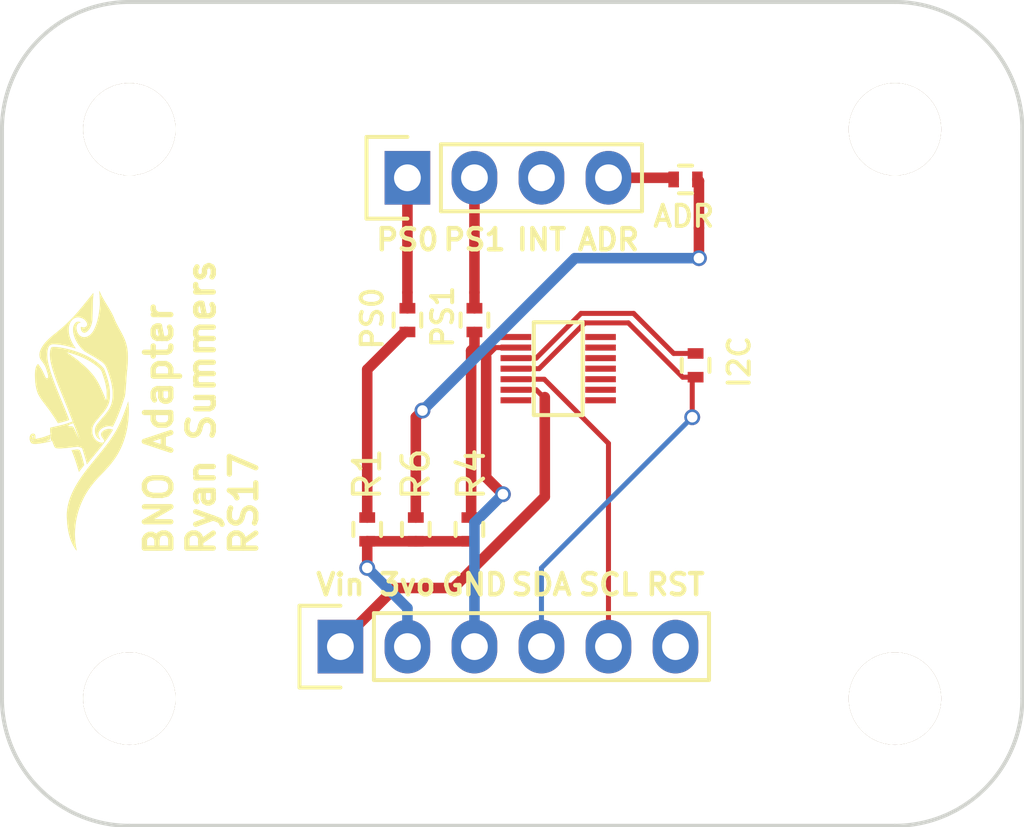
<source format=kicad_pcb>
(kicad_pcb (version 4) (host pcbnew 4.0.4+e1-6308~48~ubuntu14.04.1-stable)

  (general
    (links 0)
    (no_connects 0)
    (area 126.924999 126.924999 165.746501 158.317001)
    (thickness 1.6)
    (drawings 31)
    (tracks 62)
    (zones 0)
    (modules 15)
    (nets 13)
  )

  (page A4)
  (layers
    (0 F.Cu signal)
    (31 B.Cu signal)
    (32 B.Adhes user)
    (33 F.Adhes user)
    (34 B.Paste user)
    (35 F.Paste user)
    (36 B.SilkS user)
    (37 F.SilkS user)
    (38 B.Mask user)
    (39 F.Mask user)
    (40 Dwgs.User user)
    (41 Cmts.User user)
    (42 Eco1.User user)
    (43 Eco2.User user)
    (44 Edge.Cuts user)
    (45 Margin user)
    (46 B.CrtYd user)
    (47 F.CrtYd user)
    (48 B.Fab user hide)
    (49 F.Fab user hide)
  )

  (setup
    (last_trace_width 0.4)
    (trace_clearance 0.17)
    (zone_clearance 0.508)
    (zone_45_only no)
    (trace_min 0.17)
    (segment_width 0.2)
    (edge_width 0.15)
    (via_size 0.6)
    (via_drill 0.4)
    (via_min_size 0.4)
    (via_min_drill 0.3)
    (uvia_size 0.3)
    (uvia_drill 0.1)
    (uvias_allowed no)
    (uvia_min_size 0.2)
    (uvia_min_drill 0.1)
    (pcb_text_width 0.3)
    (pcb_text_size 1.5 1.5)
    (mod_edge_width 0.15)
    (mod_text_size 1 1)
    (mod_text_width 0.15)
    (pad_size 1.524 1.524)
    (pad_drill 0.762)
    (pad_to_mask_clearance 0)
    (aux_axis_origin 0 0)
    (visible_elements FFFFFF7F)
    (pcbplotparams
      (layerselection 0x00030_80000001)
      (usegerberextensions false)
      (excludeedgelayer true)
      (linewidth 0.100000)
      (plotframeref false)
      (viasonmask false)
      (mode 1)
      (useauxorigin false)
      (hpglpennumber 1)
      (hpglpenspeed 20)
      (hpglpendiameter 15)
      (hpglpenoverlay 2)
      (psnegative false)
      (psa4output false)
      (plotreference true)
      (plotvalue true)
      (plotinvisibletext false)
      (padsonsilk false)
      (subtractmaskfromsilk false)
      (outputformat 1)
      (mirror false)
      (drillshape 1)
      (scaleselection 1)
      (outputdirectory ""))
  )

  (net 0 "")
  (net 1 /RX/SDA_0)
  (net 2 /SCL)
  (net 3 /Vbus)
  (net 4 /SDA_1)
  (net 5 GND)
  (net 6 /PS0)
  (net 7 /PS1)
  (net 8 /ADR)
  (net 9 /3v0)
  (net 10 "Net-(R1-Pad2)")
  (net 11 "Net-(R4-Pad2)")
  (net 12 "Net-(R6-Pad2)")

  (net_class Default "This is the default net class."
    (clearance 0.17)
    (trace_width 0.4)
    (via_dia 0.6)
    (via_drill 0.4)
    (uvia_dia 0.3)
    (uvia_drill 0.1)
    (add_net /3v0)
    (add_net /ADR)
    (add_net /PS0)
    (add_net /PS1)
    (add_net /RX/SDA_0)
    (add_net /SCL)
    (add_net /SDA_1)
    (add_net /Vbus)
    (add_net GND)
    (add_net "Net-(R1-Pad2)")
    (add_net "Net-(R4-Pad2)")
    (add_net "Net-(R6-Pad2)")
  )

  (module Pin_Headers:Pin_Header_Straight_1x04 (layer F.Cu) (tedit 58261359) (tstamp 58260DF9)
    (at 142.367 133.6675 90)
    (descr "Through hole pin header")
    (tags "pin header")
    (path /582606FE)
    (fp_text reference P2 (at 0 -5.1 90) (layer F.SilkS) hide
      (effects (font (size 1 1) (thickness 0.15)))
    )
    (fp_text value CONN_01X04 (at 0 -3.1 90) (layer F.Fab)
      (effects (font (size 1 1) (thickness 0.15)))
    )
    (fp_line (start -1.75 -1.75) (end -1.75 9.4) (layer F.CrtYd) (width 0.05))
    (fp_line (start 1.75 -1.75) (end 1.75 9.4) (layer F.CrtYd) (width 0.05))
    (fp_line (start -1.75 -1.75) (end 1.75 -1.75) (layer F.CrtYd) (width 0.05))
    (fp_line (start -1.75 9.4) (end 1.75 9.4) (layer F.CrtYd) (width 0.05))
    (fp_line (start -1.27 1.27) (end -1.27 8.89) (layer F.SilkS) (width 0.15))
    (fp_line (start 1.27 1.27) (end 1.27 8.89) (layer F.SilkS) (width 0.15))
    (fp_line (start 1.55 -1.55) (end 1.55 0) (layer F.SilkS) (width 0.15))
    (fp_line (start -1.27 8.89) (end 1.27 8.89) (layer F.SilkS) (width 0.15))
    (fp_line (start 1.27 1.27) (end -1.27 1.27) (layer F.SilkS) (width 0.15))
    (fp_line (start -1.55 0) (end -1.55 -1.55) (layer F.SilkS) (width 0.15))
    (fp_line (start -1.55 -1.55) (end 1.55 -1.55) (layer F.SilkS) (width 0.15))
    (pad 1 thru_hole rect (at 0 0 90) (size 2.032 1.7272) (drill 1.016) (layers *.Cu *.Mask)
      (net 6 /PS0))
    (pad 2 thru_hole oval (at 0 2.54 90) (size 2.032 1.7272) (drill 1.016) (layers *.Cu *.Mask)
      (net 7 /PS1))
    (pad 3 thru_hole oval (at 0 5.08 90) (size 2.032 1.7272) (drill 1.016) (layers *.Cu *.Mask))
    (pad 4 thru_hole oval (at 0 7.62 90) (size 2.032 1.7272) (drill 1.016) (layers *.Cu *.Mask)
      (net 8 /ADR))
    (model Pin_Headers.3dshapes/Pin_Header_Straight_1x04.wrl
      (at (xyz 0 -0.15 -0.07000000000000001))
      (scale (xyz 1 1 1))
      (rotate (xyz 0 180 90))
    )
  )

  (module Pin_Headers:Pin_Header_Straight_1x06 (layer F.Cu) (tedit 582616ED) (tstamp 58260E0E)
    (at 139.827 151.4475 90)
    (descr "Through hole pin header")
    (tags "pin header")
    (path /5826076A)
    (fp_text reference P3 (at 0 -5.1 90) (layer F.SilkS) hide
      (effects (font (size 1 1) (thickness 0.15)))
    )
    (fp_text value CONN_01X06 (at 0 -3.1 90) (layer F.Fab)
      (effects (font (size 1 1) (thickness 0.15)))
    )
    (fp_line (start -1.75 -1.75) (end -1.75 14.45) (layer F.CrtYd) (width 0.05))
    (fp_line (start 1.75 -1.75) (end 1.75 14.45) (layer F.CrtYd) (width 0.05))
    (fp_line (start -1.75 -1.75) (end 1.75 -1.75) (layer F.CrtYd) (width 0.05))
    (fp_line (start -1.75 14.45) (end 1.75 14.45) (layer F.CrtYd) (width 0.05))
    (fp_line (start 1.27 1.27) (end 1.27 13.97) (layer F.SilkS) (width 0.15))
    (fp_line (start 1.27 13.97) (end -1.27 13.97) (layer F.SilkS) (width 0.15))
    (fp_line (start -1.27 13.97) (end -1.27 1.27) (layer F.SilkS) (width 0.15))
    (fp_line (start 1.55 -1.55) (end 1.55 0) (layer F.SilkS) (width 0.15))
    (fp_line (start 1.27 1.27) (end -1.27 1.27) (layer F.SilkS) (width 0.15))
    (fp_line (start -1.55 0) (end -1.55 -1.55) (layer F.SilkS) (width 0.15))
    (fp_line (start -1.55 -1.55) (end 1.55 -1.55) (layer F.SilkS) (width 0.15))
    (pad 1 thru_hole rect (at 0 0 90) (size 2.032 1.7272) (drill 1.016) (layers *.Cu *.Mask)
      (net 3 /Vbus))
    (pad 2 thru_hole oval (at 0 2.54 90) (size 2.032 1.7272) (drill 1.016) (layers *.Cu *.Mask)
      (net 9 /3v0))
    (pad 3 thru_hole oval (at 0 5.08 90) (size 2.032 1.7272) (drill 1.016) (layers *.Cu *.Mask)
      (net 5 GND))
    (pad 4 thru_hole oval (at 0 7.62 90) (size 2.032 1.7272) (drill 1.016) (layers *.Cu *.Mask)
      (net 1 /RX/SDA_0))
    (pad 5 thru_hole oval (at 0 10.16 90) (size 2.032 1.7272) (drill 1.016) (layers *.Cu *.Mask)
      (net 2 /SCL))
    (pad 6 thru_hole oval (at 0 12.7 90) (size 2.032 1.7272) (drill 1.016) (layers *.Cu *.Mask))
    (model Pin_Headers.3dshapes/Pin_Header_Straight_1x06.wrl
      (at (xyz 0 -0.25 -0.07000000000000001))
      (scale (xyz 1 1 1))
      (rotate (xyz 0 180 90))
    )
  )

  (module Resistors_SMD:R_0402 (layer F.Cu) (tedit 5415CBB8) (tstamp 58260E36)
    (at 140.843 147.0025 90)
    (descr "Resistor SMD 0402, reflow soldering, Vishay (see dcrcw.pdf)")
    (tags "resistor 0402")
    (path /58264133)
    (attr smd)
    (fp_text reference R1 (at 2.0955 0 90) (layer F.SilkS)
      (effects (font (size 1 1) (thickness 0.15)))
    )
    (fp_text value 10k (at 0 1.8 90) (layer F.Fab)
      (effects (font (size 1 1) (thickness 0.15)))
    )
    (fp_line (start -0.95 -0.65) (end 0.95 -0.65) (layer F.CrtYd) (width 0.05))
    (fp_line (start -0.95 0.65) (end 0.95 0.65) (layer F.CrtYd) (width 0.05))
    (fp_line (start -0.95 -0.65) (end -0.95 0.65) (layer F.CrtYd) (width 0.05))
    (fp_line (start 0.95 -0.65) (end 0.95 0.65) (layer F.CrtYd) (width 0.05))
    (fp_line (start 0.25 -0.525) (end -0.25 -0.525) (layer F.SilkS) (width 0.15))
    (fp_line (start -0.25 0.525) (end 0.25 0.525) (layer F.SilkS) (width 0.15))
    (pad 1 smd rect (at -0.45 0 90) (size 0.4 0.6) (layers F.Cu F.Paste F.Mask)
      (net 9 /3v0))
    (pad 2 smd rect (at 0.45 0 90) (size 0.4 0.6) (layers F.Cu F.Paste F.Mask)
      (net 10 "Net-(R1-Pad2)"))
    (model Resistors_SMD.3dshapes/R_0402.wrl
      (at (xyz 0 0 0))
      (scale (xyz 1 1 1))
      (rotate (xyz 0 0 0))
    )
  )

  (module Resistors_SMD:R_0402 (layer F.Cu) (tedit 58261346) (tstamp 58260E42)
    (at 142.367 139.065 90)
    (descr "Resistor SMD 0402, reflow soldering, Vishay (see dcrcw.pdf)")
    (tags "resistor 0402")
    (path /58261EA4)
    (attr smd)
    (fp_text reference R2 (at 0 -1.8 90) (layer F.SilkS) hide
      (effects (font (size 1 1) (thickness 0.15)))
    )
    (fp_text value 0 (at 0 1.8 90) (layer F.Fab)
      (effects (font (size 1 1) (thickness 0.15)))
    )
    (fp_line (start -0.95 -0.65) (end 0.95 -0.65) (layer F.CrtYd) (width 0.05))
    (fp_line (start -0.95 0.65) (end 0.95 0.65) (layer F.CrtYd) (width 0.05))
    (fp_line (start -0.95 -0.65) (end -0.95 0.65) (layer F.CrtYd) (width 0.05))
    (fp_line (start 0.95 -0.65) (end 0.95 0.65) (layer F.CrtYd) (width 0.05))
    (fp_line (start 0.25 -0.525) (end -0.25 -0.525) (layer F.SilkS) (width 0.15))
    (fp_line (start -0.25 0.525) (end 0.25 0.525) (layer F.SilkS) (width 0.15))
    (pad 1 smd rect (at -0.45 0 90) (size 0.4 0.6) (layers F.Cu F.Paste F.Mask)
      (net 10 "Net-(R1-Pad2)"))
    (pad 2 smd rect (at 0.45 0 90) (size 0.4 0.6) (layers F.Cu F.Paste F.Mask)
      (net 6 /PS0))
  )

  (module Resistors_SMD:R_0402 (layer F.Cu) (tedit 5826134E) (tstamp 58260E4E)
    (at 153.289 140.7795 270)
    (descr "Resistor SMD 0402, reflow soldering, Vishay (see dcrcw.pdf)")
    (tags "resistor 0402")
    (path /58260C45)
    (attr smd)
    (fp_text reference R3 (at 0 -1.8 270) (layer F.SilkS) hide
      (effects (font (size 1 1) (thickness 0.15)))
    )
    (fp_text value 0 (at 0 1.8 270) (layer F.Fab)
      (effects (font (size 1 1) (thickness 0.15)))
    )
    (fp_line (start -0.95 -0.65) (end 0.95 -0.65) (layer F.CrtYd) (width 0.05))
    (fp_line (start -0.95 0.65) (end 0.95 0.65) (layer F.CrtYd) (width 0.05))
    (fp_line (start -0.95 -0.65) (end -0.95 0.65) (layer F.CrtYd) (width 0.05))
    (fp_line (start 0.95 -0.65) (end 0.95 0.65) (layer F.CrtYd) (width 0.05))
    (fp_line (start 0.25 -0.525) (end -0.25 -0.525) (layer F.SilkS) (width 0.15))
    (fp_line (start -0.25 0.525) (end 0.25 0.525) (layer F.SilkS) (width 0.15))
    (pad 1 smd rect (at -0.45 0 270) (size 0.4 0.6) (layers F.Cu F.Paste F.Mask)
      (net 4 /SDA_1))
    (pad 2 smd rect (at 0.45 0 270) (size 0.4 0.6) (layers F.Cu F.Paste F.Mask)
      (net 1 /RX/SDA_0))
  )

  (module Resistors_SMD:R_0402 (layer F.Cu) (tedit 5415CBB8) (tstamp 58260E5A)
    (at 144.7165 147.0025 90)
    (descr "Resistor SMD 0402, reflow soldering, Vishay (see dcrcw.pdf)")
    (tags "resistor 0402")
    (path /582640FC)
    (attr smd)
    (fp_text reference R4 (at 2.0955 0.0635 90) (layer F.SilkS)
      (effects (font (size 1 1) (thickness 0.15)))
    )
    (fp_text value 10k (at 0 1.8 90) (layer F.Fab)
      (effects (font (size 1 1) (thickness 0.15)))
    )
    (fp_line (start -0.95 -0.65) (end 0.95 -0.65) (layer F.CrtYd) (width 0.05))
    (fp_line (start -0.95 0.65) (end 0.95 0.65) (layer F.CrtYd) (width 0.05))
    (fp_line (start -0.95 -0.65) (end -0.95 0.65) (layer F.CrtYd) (width 0.05))
    (fp_line (start 0.95 -0.65) (end 0.95 0.65) (layer F.CrtYd) (width 0.05))
    (fp_line (start 0.25 -0.525) (end -0.25 -0.525) (layer F.SilkS) (width 0.15))
    (fp_line (start -0.25 0.525) (end 0.25 0.525) (layer F.SilkS) (width 0.15))
    (pad 1 smd rect (at -0.45 0 90) (size 0.4 0.6) (layers F.Cu F.Paste F.Mask)
      (net 9 /3v0))
    (pad 2 smd rect (at 0.45 0 90) (size 0.4 0.6) (layers F.Cu F.Paste F.Mask)
      (net 11 "Net-(R4-Pad2)"))
    (model Resistors_SMD.3dshapes/R_0402.wrl
      (at (xyz 0 0 0))
      (scale (xyz 1 1 1))
      (rotate (xyz 0 0 0))
    )
  )

  (module Resistors_SMD:R_0402 (layer F.Cu) (tedit 58261343) (tstamp 58260E66)
    (at 144.907 139.065 90)
    (descr "Resistor SMD 0402, reflow soldering, Vishay (see dcrcw.pdf)")
    (tags "resistor 0402")
    (path /5826226E)
    (attr smd)
    (fp_text reference R5 (at 0 -1.8 90) (layer F.SilkS) hide
      (effects (font (size 1 1) (thickness 0.15)))
    )
    (fp_text value 0 (at 0 1.8 90) (layer F.Fab)
      (effects (font (size 1 1) (thickness 0.15)))
    )
    (fp_line (start -0.95 -0.65) (end 0.95 -0.65) (layer F.CrtYd) (width 0.05))
    (fp_line (start -0.95 0.65) (end 0.95 0.65) (layer F.CrtYd) (width 0.05))
    (fp_line (start -0.95 -0.65) (end -0.95 0.65) (layer F.CrtYd) (width 0.05))
    (fp_line (start 0.95 -0.65) (end 0.95 0.65) (layer F.CrtYd) (width 0.05))
    (fp_line (start 0.25 -0.525) (end -0.25 -0.525) (layer F.SilkS) (width 0.15))
    (fp_line (start -0.25 0.525) (end 0.25 0.525) (layer F.SilkS) (width 0.15))
    (pad 1 smd rect (at -0.45 0 90) (size 0.4 0.6) (layers F.Cu F.Paste F.Mask)
      (net 11 "Net-(R4-Pad2)"))
    (pad 2 smd rect (at 0.45 0 90) (size 0.4 0.6) (layers F.Cu F.Paste F.Mask)
      (net 7 /PS1))
  )

  (module Resistors_SMD:R_0402 (layer F.Cu) (tedit 5415CBB8) (tstamp 58260E72)
    (at 142.6845 147.0025 90)
    (descr "Resistor SMD 0402, reflow soldering, Vishay (see dcrcw.pdf)")
    (tags "resistor 0402")
    (path /582622FA)
    (attr smd)
    (fp_text reference R6 (at 2.0955 0 90) (layer F.SilkS)
      (effects (font (size 1 1) (thickness 0.15)))
    )
    (fp_text value 10k (at 0 1.8 90) (layer F.Fab)
      (effects (font (size 1 1) (thickness 0.15)))
    )
    (fp_line (start -0.95 -0.65) (end 0.95 -0.65) (layer F.CrtYd) (width 0.05))
    (fp_line (start -0.95 0.65) (end 0.95 0.65) (layer F.CrtYd) (width 0.05))
    (fp_line (start -0.95 -0.65) (end -0.95 0.65) (layer F.CrtYd) (width 0.05))
    (fp_line (start 0.95 -0.65) (end 0.95 0.65) (layer F.CrtYd) (width 0.05))
    (fp_line (start 0.25 -0.525) (end -0.25 -0.525) (layer F.SilkS) (width 0.15))
    (fp_line (start -0.25 0.525) (end 0.25 0.525) (layer F.SilkS) (width 0.15))
    (pad 1 smd rect (at -0.45 0 90) (size 0.4 0.6) (layers F.Cu F.Paste F.Mask)
      (net 9 /3v0))
    (pad 2 smd rect (at 0.45 0 90) (size 0.4 0.6) (layers F.Cu F.Paste F.Mask)
      (net 12 "Net-(R6-Pad2)"))
    (model Resistors_SMD.3dshapes/R_0402.wrl
      (at (xyz 0 0 0))
      (scale (xyz 1 1 1))
      (rotate (xyz 0 0 0))
    )
  )

  (module Resistors_SMD:R_0402 (layer F.Cu) (tedit 58261341) (tstamp 58260E7E)
    (at 152.908 133.731 180)
    (descr "Resistor SMD 0402, reflow soldering, Vishay (see dcrcw.pdf)")
    (tags "resistor 0402")
    (path /58262300)
    (attr smd)
    (fp_text reference R7 (at 0 -1.8 180) (layer F.SilkS) hide
      (effects (font (size 1 1) (thickness 0.15)))
    )
    (fp_text value 0 (at 0 1.8 180) (layer F.Fab)
      (effects (font (size 1 1) (thickness 0.15)))
    )
    (fp_line (start -0.95 -0.65) (end 0.95 -0.65) (layer F.CrtYd) (width 0.05))
    (fp_line (start -0.95 0.65) (end 0.95 0.65) (layer F.CrtYd) (width 0.05))
    (fp_line (start -0.95 -0.65) (end -0.95 0.65) (layer F.CrtYd) (width 0.05))
    (fp_line (start 0.95 -0.65) (end 0.95 0.65) (layer F.CrtYd) (width 0.05))
    (fp_line (start 0.25 -0.525) (end -0.25 -0.525) (layer F.SilkS) (width 0.15))
    (fp_line (start -0.25 0.525) (end 0.25 0.525) (layer F.SilkS) (width 0.15))
    (pad 1 smd rect (at -0.45 0 180) (size 0.4 0.6) (layers F.Cu F.Paste F.Mask)
      (net 12 "Net-(R6-Pad2)"))
    (pad 2 smd rect (at 0.45 0 180) (size 0.4 0.6) (layers F.Cu F.Paste F.Mask)
      (net 8 /ADR))
  )

  (module robosub_footprints:DF40C-10DP-Header (layer F.Cu) (tedit 58264B25) (tstamp 58260DE6)
    (at 148.082 140.9065 90)
    (path /58260A62)
    (fp_text reference P1 (at -2.794 0 180) (layer F.SilkS) hide
      (effects (font (size 1 1) (thickness 0.15)))
    )
    (fp_text value CONN_02X05 (at 0 -3.302 90) (layer F.Fab)
      (effects (font (size 1 1) (thickness 0.15)))
    )
    (fp_line (start -1.76 0.925) (end 1.76 0.925) (layer F.SilkS) (width 0.15))
    (fp_line (start -1.76 -0.925) (end 1.76 -0.925) (layer F.SilkS) (width 0.15))
    (fp_line (start -1.76 -0.925) (end -1.76 0.925) (layer F.SilkS) (width 0.15))
    (fp_line (start 1.76 -0.925) (end 1.76 0.925) (layer F.SilkS) (width 0.15))
    (pad 5 smd rect (at 0 -1.605 180) (size 1.16 0.23) (layers F.Cu F.Paste F.Mask)
      (net 1 /RX/SDA_0))
    (pad 6 smd rect (at 0 1.605 180) (size 1.16 0.23) (layers F.Cu F.Paste F.Mask))
    (pad 8 smd rect (at 0.4 1.605 180) (size 1.16 0.23) (layers F.Cu F.Paste F.Mask))
    (pad 10 smd rect (at 0.8 1.605 180) (size 1.16 0.23) (layers F.Cu F.Paste F.Mask))
    (pad 4 smd rect (at -0.4 1.605 180) (size 1.16 0.23) (layers F.Cu F.Paste F.Mask))
    (pad 2 smd rect (at -0.8 1.605 180) (size 1.16 0.23) (layers F.Cu F.Paste F.Mask))
    (pad 3 smd rect (at -0.4 -1.605 180) (size 1.16 0.23) (layers F.Cu F.Paste F.Mask)
      (net 2 /SCL))
    (pad ~ smd rect (at 1.2 1.605 180) (size 1.16 0.23) (layers F.Cu F.Paste F.Mask))
    (pad 7 smd rect (at 0.4 -1.605 180) (size 1.16 0.23) (layers F.Cu F.Paste F.Mask)
      (net 4 /SDA_1))
    (pad 9 smd rect (at 0.8 -1.605 180) (size 1.16 0.23) (layers F.Cu F.Paste F.Mask)
      (net 5 GND))
    (pad 1 smd rect (at -0.8 -1.605 180) (size 1.16 0.23) (layers F.Cu F.Paste F.Mask)
      (net 3 /Vbus))
    (pad ~ smd rect (at -1.2 -1.605 180) (size 1.16 0.23) (layers F.Cu F.Paste F.Mask))
    (pad ~ smd rect (at 1.2 -1.605 180) (size 1.16 0.23) (layers F.Cu F.Paste F.Mask))
    (pad ~ smd rect (at -1.2 1.605 180) (size 1.16 0.23) (layers F.Cu F.Paste F.Mask))
    (model ../../../../../../home/ryan/repositories/pcbs/lib/3d-parts/df40c-10dp.wrl
      (at (xyz 0.07000000000000001 -0.035 0.02))
      (scale (xyz 0.4 0.4 0.4))
      (rotate (xyz -90 0 90))
    )
  )

  (module robosub_footprints:1.5mm-spacer (layer F.Cu) (tedit 58264783) (tstamp 58260E15)
    (at 131.826 131.826)
    (path /58264CC9)
    (fp_text reference P4 (at -3.302 4.064) (layer F.SilkS) hide
      (effects (font (size 1 1) (thickness 0.15)))
    )
    (fp_text value CONN_01X01 (at 0 3.302) (layer F.Fab)
      (effects (font (size 1 1) (thickness 0.15)))
    )
    (fp_circle (center 0 0) (end 0 3.18) (layer Dwgs.User) (width 0.15))
    (fp_circle (center 0 0) (end 0 4.75) (layer Dwgs.User) (width 0.15))
    (pad "" thru_hole circle (at 0 0) (size 3.5 3.5) (drill 3.5) (layers *.Cu *.Mask F.SilkS))
    (model ../../../../../../home/ryan/repositories/pcbs/lib/3d-parts/spacer.wrl
      (at (xyz 0 0 0))
      (scale (xyz 0.4 0.4 0.4))
      (rotate (xyz 0 0 0))
    )
  )

  (module robosub_footprints:1.5mm-spacer (layer F.Cu) (tedit 5826477E) (tstamp 58260E23)
    (at 160.8455 153.416)
    (path /58264DBF)
    (fp_text reference P6 (at -3.302 4.064) (layer F.SilkS) hide
      (effects (font (size 1 1) (thickness 0.15)))
    )
    (fp_text value CONN_01X01 (at 0 3.302) (layer F.Fab)
      (effects (font (size 1 1) (thickness 0.15)))
    )
    (fp_circle (center 0 0) (end 0 3.18) (layer Dwgs.User) (width 0.15))
    (fp_circle (center 0 0) (end 0 4.75) (layer Dwgs.User) (width 0.15))
    (pad "" thru_hole circle (at 0 0) (size 3.5 3.5) (drill 3.5) (layers *.Cu *.Mask F.SilkS))
    (model ../../../../../../home/ryan/repositories/pcbs/lib/3d-parts/spacer.wrl
      (at (xyz 0 0 0))
      (scale (xyz 0.4 0.4 0.4))
      (rotate (xyz 0 0 0))
    )
  )

  (module robosub_footprints:1.5mm-spacer (layer F.Cu) (tedit 58264781) (tstamp 58260E1C)
    (at 160.8455 131.826)
    (path /58264D77)
    (fp_text reference P5 (at -3.302 4.064) (layer F.SilkS) hide
      (effects (font (size 1 1) (thickness 0.15)))
    )
    (fp_text value CONN_01X01 (at 0 3.302) (layer F.Fab)
      (effects (font (size 1 1) (thickness 0.15)))
    )
    (fp_circle (center 0 0) (end 0 3.18) (layer Dwgs.User) (width 0.15))
    (fp_circle (center 0 0) (end 0 4.75) (layer Dwgs.User) (width 0.15))
    (pad "" thru_hole circle (at 0 0) (size 3.5 3.5) (drill 3.5) (layers *.Cu *.Mask F.SilkS))
    (model ../../../../../../home/ryan/repositories/pcbs/lib/3d-parts/spacer.wrl
      (at (xyz 0 0 0))
      (scale (xyz 0.4 0.4 0.4))
      (rotate (xyz 0 0 0))
    )
  )

  (module robosub_footprints:1.5mm-spacer (layer F.Cu) (tedit 5826477C) (tstamp 58260E2A)
    (at 131.826 153.416)
    (path /58264E0E)
    (fp_text reference P7 (at -3.302 4.064) (layer F.SilkS) hide
      (effects (font (size 1 1) (thickness 0.15)))
    )
    (fp_text value CONN_01X01 (at 0 3.302) (layer F.Fab)
      (effects (font (size 1 1) (thickness 0.15)))
    )
    (fp_circle (center 0 0) (end 0 3.18) (layer Dwgs.User) (width 0.15))
    (fp_circle (center 0 0) (end 0 4.75) (layer Dwgs.User) (width 0.15))
    (pad "" thru_hole circle (at 0 0) (size 3.5 3.5) (drill 3.5) (layers *.Cu *.Mask F.SilkS))
    (model ../../../../../../home/ryan/repositories/pcbs/lib/3d-parts/spacer.wrl
      (at (xyz 0 0 0))
      (scale (xyz 0.4 0.4 0.4))
      (rotate (xyz 0 0 0))
    )
  )

  (module robosub_footprints:robosub_logo-medium (layer F.Cu) (tedit 0) (tstamp 58264F03)
    (at 130.048 142.8115 90)
    (fp_text reference G*** (at 0 0 90) (layer F.SilkS) hide
      (effects (font (thickness 0.3)))
    )
    (fp_text value LOGO (at 0.75 0 90) (layer F.SilkS) hide
      (effects (font (thickness 0.3)))
    )
    (fp_poly (pts (xy -3.630522 -0.586779) (xy -3.608205 -0.586576) (xy -3.588209 -0.586171) (xy -3.569697 -0.585523)
      (xy -3.551832 -0.584591) (xy -3.533775 -0.583331) (xy -3.514687 -0.581704) (xy -3.493732 -0.579665)
      (xy -3.476535 -0.577869) (xy -3.399362 -0.567949) (xy -3.321616 -0.554586) (xy -3.243241 -0.537754)
      (xy -3.164179 -0.517431) (xy -3.084373 -0.493592) (xy -3.003765 -0.466215) (xy -2.922298 -0.435276)
      (xy -2.839914 -0.400751) (xy -2.756557 -0.362617) (xy -2.672168 -0.32085) (xy -2.586691 -0.275426)
      (xy -2.500069 -0.226322) (xy -2.412243 -0.173515) (xy -2.323156 -0.11698) (xy -2.27 -0.08188)
      (xy -2.236933 -0.059573) (xy -2.204022 -0.037032) (xy -2.17108 -0.014115) (xy -2.137922 0.00932)
      (xy -2.104361 0.033416) (xy -2.07021 0.058315) (xy -2.035284 0.08416) (xy -1.999397 0.111093)
      (xy -1.962361 0.139256) (xy -1.923992 0.168792) (xy -1.884102 0.199844) (xy -1.842506 0.232554)
      (xy -1.799018 0.267064) (xy -1.75345 0.303516) (xy -1.705617 0.342054) (xy -1.655333 0.38282)
      (xy -1.602411 0.425955) (xy -1.55 0.468867) (xy -1.50476 0.505964) (xy -1.462416 0.540648)
      (xy -1.422788 0.573063) (xy -1.385697 0.603355) (xy -1.350962 0.631666) (xy -1.318405 0.658141)
      (xy -1.287844 0.682925) (xy -1.259101 0.706161) (xy -1.231995 0.727993) (xy -1.206346 0.748567)
      (xy -1.181975 0.768025) (xy -1.158702 0.786513) (xy -1.136346 0.804174) (xy -1.114729 0.821153)
      (xy -1.09367 0.837593) (xy -1.072989 0.85364) (xy -1.052506 0.869436) (xy -1.032042 0.885127)
      (xy -1.011417 0.900856) (xy -1.006 0.904974) (xy -0.942525 0.952574) (xy -0.878815 0.999118)
      (xy -0.81522 1.044372) (xy -0.752087 1.088104) (xy -0.689765 1.13008) (xy -0.628604 1.170065)
      (xy -0.56895 1.207826) (xy -0.511153 1.243129) (xy -0.455561 1.27574) (xy -0.44 1.284605)
      (xy -0.39336 1.310397) (xy -0.343515 1.336845) (xy -0.291139 1.363611) (xy -0.236903 1.39036)
      (xy -0.18148 1.416758) (xy -0.12554 1.442466) (xy -0.111863 1.448608) (xy -0.06872 1.467598)
      (xy -0.023471 1.486934) (xy 0.024049 1.50668) (xy 0.074003 1.526898) (xy 0.126557 1.547651)
      (xy 0.181876 1.569003) (xy 0.240124 1.591017) (xy 0.301465 1.613756) (xy 0.366064 1.637282)
      (xy 0.434087 1.661659) (xy 0.505697 1.686951) (xy 0.558 1.705216) (xy 0.575423 1.711275)
      (xy 0.591729 1.716947) (xy 0.60652 1.722094) (xy 0.619396 1.726576) (xy 0.629959 1.730255)
      (xy 0.637809 1.732992) (xy 0.642548 1.734648) (xy 0.643786 1.735084) (xy 0.645738 1.736478)
      (xy 0.645621 1.737045) (xy 0.643115 1.737714) (xy 0.637008 1.738556) (xy 0.627695 1.739543)
      (xy 0.615569 1.740647) (xy 0.601025 1.741842) (xy 0.584457 1.7431) (xy 0.566259 1.744393)
      (xy 0.546826 1.745695) (xy 0.526551 1.746977) (xy 0.50583 1.748213) (xy 0.485055 1.749375)
      (xy 0.464621 1.750437) (xy 0.444923 1.751369) (xy 0.43 1.752003) (xy 0.414569 1.752499)
      (xy 0.395784 1.752903) (xy 0.374291 1.753218) (xy 0.350733 1.753442) (xy 0.325755 1.753576)
      (xy 0.300004 1.753621) (xy 0.274123 1.753576) (xy 0.248758 1.753443) (xy 0.224553 1.753221)
      (xy 0.202153 1.752911) (xy 0.182204 1.752513) (xy 0.16535 1.752027) (xy 0.161 1.751864)
      (xy 0.04898 1.74565) (xy -0.062278 1.735982) (xy -0.172624 1.722901) (xy -0.281907 1.706448)
      (xy -0.389974 1.686664) (xy -0.496675 1.663588) (xy -0.601858 1.637262) (xy -0.705371 1.607725)
      (xy -0.807064 1.575018) (xy -0.906784 1.539182) (xy -1.00438 1.500257) (xy -1.099701 1.458284)
      (xy -1.192595 1.413302) (xy -1.28 1.366967) (xy -1.3263 1.340814) (xy -1.370797 1.314587)
      (xy -1.414098 1.287884) (xy -1.45681 1.260301) (xy -1.49954 1.231434) (xy -1.542896 1.200878)
      (xy -1.587484 1.168231) (xy -1.633912 1.133089) (xy -1.648 1.122224) (xy -1.672079 1.10347)
      (xy -1.695167 1.085244) (xy -1.717524 1.067315) (xy -1.73941 1.049454) (xy -1.761084 1.03143)
      (xy -1.782807 1.013014) (xy -1.804838 0.993976) (xy -1.827437 0.974086) (xy -1.850863 0.953114)
      (xy -1.875376 0.930831) (xy -1.901236 0.907005) (xy -1.928703 0.881408) (xy -1.958036 0.853809)
      (xy -1.989495 0.823979) (xy -2.02334 0.791687) (xy -2.046878 0.769138) (xy -2.081779 0.735689)
      (xy -2.11404 0.704844) (xy -2.143875 0.676409) (xy -2.171501 0.650188) (xy -2.197134 0.625986)
      (xy -2.220989 0.603608) (xy -2.243284 0.582859) (xy -2.264233 0.563543) (xy -2.284053 0.545466)
      (xy -2.30296 0.528433) (xy -2.321169 0.512247) (xy -2.338897 0.496715) (xy -2.35636 0.481641)
      (xy -2.373773 0.46683) (xy -2.391352 0.452086) (xy -2.409314 0.437215) (xy -2.427874 0.422021)
      (xy -2.447249 0.40631) (xy -2.458 0.397642) (xy -2.519738 0.348895) (xy -2.580006 0.303254)
      (xy -2.639346 0.260371) (xy -2.698303 0.219895) (xy -2.757417 0.181477) (xy -2.817231 0.144766)
      (xy -2.878289 0.109413) (xy -2.941133 0.075067) (xy -3.006306 0.04138) (xy -3.025 0.03204)
      (xy -3.12409 -0.014925) (xy -3.224543 -0.058215) (xy -3.326244 -0.097808) (xy -3.429077 -0.133681)
      (xy -3.532926 -0.165811) (xy -3.637675 -0.194176) (xy -3.743208 -0.218752) (xy -3.849409 -0.239517)
      (xy -3.956162 -0.256448) (xy -4.063351 -0.269522) (xy -4.170861 -0.278716) (xy -4.278575 -0.284007)
      (xy -4.386377 -0.285373) (xy -4.494152 -0.28279) (xy -4.593 -0.276921) (xy -4.678269 -0.269046)
      (xy -4.763874 -0.258481) (xy -4.848567 -0.2454) (xy -4.927057 -0.230796) (xy -4.943826 -0.227412)
      (xy -4.957086 -0.224769) (xy -4.967246 -0.222801) (xy -4.974714 -0.221442) (xy -4.9799 -0.220629)
      (xy -4.983212 -0.220295) (xy -4.98506 -0.220375) (xy -4.985852 -0.220804) (xy -4.986001 -0.221389)
      (xy -4.984334 -0.224424) (xy -4.979508 -0.229339) (xy -4.971778 -0.235937) (xy -4.961402 -0.244019)
      (xy -4.948639 -0.25339) (xy -4.933745 -0.26385) (xy -4.916978 -0.275203) (xy -4.90873 -0.280655)
      (xy -4.847411 -0.318643) (xy -4.78299 -0.354165) (xy -4.715532 -0.387196) (xy -4.645103 -0.417712)
      (xy -4.571769 -0.445689) (xy -4.495597 -0.471103) (xy -4.41665 -0.493929) (xy -4.334996 -0.514144)
      (xy -4.2507 -0.531722) (xy -4.205482 -0.539875) (xy -4.131874 -0.551455) (xy -4.055609 -0.561549)
      (xy -3.977677 -0.570074) (xy -3.899067 -0.576944) (xy -3.82077 -0.582074) (xy -3.743775 -0.585382)
      (xy -3.669073 -0.586781) (xy -3.656 -0.586823) (xy -3.630522 -0.586779)) (layer F.SilkS) (width 0.01))
    (fp_poly (pts (xy 3.41982 -0.350762) (xy 3.457689 -0.346062) (xy 3.494283 -0.338131) (xy 3.529168 -0.327047)
      (xy 3.561906 -0.312888) (xy 3.568 -0.309778) (xy 3.585426 -0.299815) (xy 3.602651 -0.288423)
      (xy 3.619136 -0.27607) (xy 3.634346 -0.263221) (xy 3.647743 -0.250344) (xy 3.65879 -0.237904)
      (xy 3.666949 -0.22637) (xy 3.669594 -0.221479) (xy 3.677917 -0.19952) (xy 3.6826 -0.176359)
      (xy 3.68362 -0.152506) (xy 3.680952 -0.128472) (xy 3.675174 -0.106512) (xy 3.67142 -0.096399)
      (xy 3.66726 -0.086679) (xy 3.663204 -0.078454) (xy 3.659759 -0.072826) (xy 3.659434 -0.072406)
      (xy 3.65705 -0.071159) (xy 3.655177 -0.07338) (xy 3.654139 -0.07854) (xy 3.65403 -0.081244)
      (xy 3.653304 -0.088085) (xy 3.651383 -0.097537) (xy 3.648573 -0.108505) (xy 3.645184 -0.119893)
      (xy 3.641524 -0.130606) (xy 3.6379 -0.139549) (xy 3.637228 -0.140983) (xy 3.626636 -0.158482)
      (xy 3.612585 -0.174542) (xy 3.595427 -0.188938) (xy 3.575514 -0.201444) (xy 3.553201 -0.211836)
      (xy 3.528837 -0.219887) (xy 3.506147 -0.224829) (xy 3.492764 -0.226472) (xy 3.47663 -0.227492)
      (xy 3.458942 -0.227888) (xy 3.440902 -0.227656) (xy 3.423708 -0.226793) (xy 3.40856 -0.225297)
      (xy 3.406881 -0.225067) (xy 3.393449 -0.222899) (xy 3.37803 -0.219988) (xy 3.361599 -0.216557)
      (xy 3.345129 -0.212825) (xy 3.329594 -0.209015) (xy 3.315965 -0.205348) (xy 3.305218 -0.202046)
      (xy 3.304325 -0.201739) (xy 3.273963 -0.189269) (xy 3.244576 -0.173469) (xy 3.216688 -0.154746)
      (xy 3.190826 -0.133512) (xy 3.167516 -0.110175) (xy 3.147282 -0.085144) (xy 3.139041 -0.073)
      (xy 3.123822 -0.04604) (xy 3.111455 -0.017563) (xy 3.102338 0.011433) (xy 3.0989 0.027)
      (xy 3.096942 0.042237) (xy 3.096087 0.06008) (xy 3.096291 0.079302) (xy 3.09751 0.098674)
      (xy 3.099699 0.11697) (xy 3.102685 0.132433) (xy 3.113337 0.167892) (xy 3.127877 0.202546)
      (xy 3.146262 0.236332) (xy 3.168449 0.269188) (xy 3.194396 0.30105) (xy 3.224061 0.331856)
      (xy 3.257399 0.361542) (xy 3.259 0.362862) (xy 3.278394 0.378392) (xy 3.296834 0.392192)
      (xy 3.31513 0.404774) (xy 3.334095 0.416651) (xy 3.35454 0.428334) (xy 3.377278 0.440337)
      (xy 3.399 0.451164) (xy 3.446508 0.473477) (xy 3.49476 0.494351) (xy 3.544032 0.513859)
      (xy 3.594597 0.532076) (xy 3.64673 0.549075) (xy 3.700705 0.564928) (xy 3.756797 0.579711)
      (xy 3.81528 0.593496) (xy 3.876429 0.606356) (xy 3.940518 0.618366) (xy 4.007822 0.629599)
      (xy 4.078615 0.640128) (xy 4.131 0.647197) (xy 4.159799 0.650919) (xy 4.185116 0.654144)
      (xy 4.207434 0.656907) (xy 4.227235 0.659244) (xy 4.245003 0.661188) (xy 4.26122 0.662776)
      (xy 4.276367 0.664041) (xy 4.290929 0.66502) (xy 4.305388 0.665745) (xy 4.320226 0.666254)
      (xy 4.335927 0.66658) (xy 4.352972 0.666758) (xy 4.371845 0.666823) (xy 4.393027 0.666811)
      (xy 4.402 0.666793) (xy 4.420312 0.666735) (xy 4.437066 0.666635) (xy 4.452657 0.666474)
      (xy 4.467483 0.666235) (xy 4.48194 0.665898) (xy 4.496424 0.665444) (xy 4.511332 0.664855)
      (xy 4.527062 0.664112) (xy 4.544008 0.663197) (xy 4.562569 0.66209) (xy 4.58314 0.660773)
      (xy 4.606119 0.659227) (xy 4.631901 0.657434) (xy 4.660885 0.655374) (xy 4.693 0.653063)
      (xy 4.712909 0.651633) (xy 4.732349 0.650252) (xy 4.750798 0.648956) (xy 4.767736 0.647781)
      (xy 4.782644 0.646762) (xy 4.795001 0.645936) (xy 4.804288 0.645339) (xy 4.809 0.645058)
      (xy 4.819216 0.64444) (xy 4.829089 0.64375) (xy 4.837244 0.643088) (xy 4.841 0.642717)
      (xy 4.846072 0.642302) (xy 4.848622 0.642549) (xy 4.84845 0.643579) (xy 4.845355 0.645516)
      (xy 4.839138 0.648481) (xy 4.829598 0.652598) (xy 4.816534 0.657988) (xy 4.815 0.658613)
      (xy 4.769085 0.678093) (xy 4.72165 0.699825) (xy 4.67246 0.723929) (xy 4.621282 0.750521)
      (xy 4.567883 0.779722) (xy 4.512031 0.811651) (xy 4.492 0.82341) (xy 4.481422 0.829704)
      (xy 4.467875 0.837836) (xy 4.451791 0.847543) (xy 4.433605 0.85856) (xy 4.413749 0.870624)
      (xy 4.392657 0.883471) (xy 4.370761 0.896836) (xy 4.348496 0.910456) (xy 4.326295 0.924067)
      (xy 4.30459 0.937405) (xy 4.283816 0.950205) (xy 4.282 0.951326) (xy 4.227654 0.984589)
      (xy 4.176303 1.015427) (xy 4.127815 1.04391) (xy 4.082058 1.070108) (xy 4.0389 1.094094)
      (xy 3.99821 1.115936) (xy 3.959856 1.135706) (xy 3.923707 1.153475) (xy 3.889631 1.169312)
      (xy 3.857496 1.183289) (xy 3.827171 1.195476) (xy 3.825845 1.195984) (xy 3.801573 1.205456)
      (xy 3.777184 1.215373) (xy 3.752424 1.225861) (xy 3.727042 1.237044) (xy 3.700786 1.249045)
      (xy 3.673404 1.261991) (xy 3.644643 1.276006) (xy 3.614253 1.291214) (xy 3.581981 1.30774)
      (xy 3.547575 1.325709) (xy 3.510783 1.345245) (xy 3.471353 1.366472) (xy 3.429034 1.389517)
      (xy 3.383573 1.414502) (xy 3.379 1.417026) (xy 3.333733 1.441876) (xy 3.29153 1.46473)
      (xy 3.252077 1.485744) (xy 3.215065 1.505071) (xy 3.180181 1.522865) (xy 3.147115 1.539279)
      (xy 3.115553 1.554467) (xy 3.085187 1.568582) (xy 3.055702 1.58178) (xy 3.02679 1.594212)
      (xy 2.998137 1.606033) (xy 2.987 1.610498) (xy 2.927175 1.632787) (xy 2.866312 1.652445)
      (xy 2.804046 1.669552) (xy 2.740015 1.684186) (xy 2.673856 1.696427) (xy 2.605206 1.706353)
      (xy 2.5337 1.714044) (xy 2.498 1.716984) (xy 2.487302 1.717693) (xy 2.473911 1.71844)
      (xy 2.458393 1.719205) (xy 2.441316 1.719969) (xy 2.423248 1.72071) (xy 2.404756 1.721411)
      (xy 2.386408 1.722049) (xy 2.368771 1.722606) (xy 2.352414 1.723062) (xy 2.337904 1.723396)
      (xy 2.325808 1.723589) (xy 2.316694 1.72362) (xy 2.312 1.723519) (xy 2.306857 1.723347)
      (xy 2.29866 1.723144) (xy 2.288353 1.722932) (xy 2.27688 1.72273) (xy 2.271 1.722639)
      (xy 2.24247 1.722006) (xy 2.210884 1.720923) (xy 2.176897 1.719436) (xy 2.141169 1.717588)
      (xy 2.104355 1.715425) (xy 2.067114 1.71299) (xy 2.030102 1.710328) (xy 1.993977 1.707484)
      (xy 1.959397 1.704502) (xy 1.927019 1.701428) (xy 1.8975 1.698304) (xy 1.878 1.696002)
      (xy 1.856482 1.693392) (xy 1.834617 1.69088) (xy 1.812141 1.688444) (xy 1.788789 1.686063)
      (xy 1.764297 1.683716) (xy 1.738402 1.681382) (xy 1.71084 1.679039) (xy 1.681347 1.676665)
      (xy 1.649659 1.67424) (xy 1.615512 1.671742) (xy 1.578642 1.66915) (xy 1.538785 1.666443)
      (xy 1.495677 1.663598) (xy 1.449054 1.660595) (xy 1.408 1.657999) (xy 1.355562 1.654656)
      (xy 1.306832 1.651441) (xy 1.261517 1.648326) (xy 1.219327 1.645287) (xy 1.179972 1.642296)
      (xy 1.143161 1.639329) (xy 1.108603 1.636358) (xy 1.076008 1.633359) (xy 1.045085 1.630305)
      (xy 1.015543 1.627171) (xy 0.987092 1.623929) (xy 0.959441 1.620555) (xy 0.932299 1.617022)
      (xy 0.905377 1.613304) (xy 0.901 1.61268) (xy 0.851 1.605525) (xy 0.726 1.563537)
      (xy 0.647821 1.537083) (xy 0.573298 1.511463) (xy 0.502195 1.486586) (xy 0.434277 1.462361)
      (xy 0.369308 1.438696) (xy 0.307051 1.415501) (xy 0.247272 1.392686) (xy 0.189734 1.370158)
      (xy 0.134202 1.347828) (xy 0.08044 1.325604) (xy 0.028213 1.303395) (xy -0.022717 1.281111)
      (xy -0.072583 1.25866) (xy -0.114 1.239522) (xy -0.128116 1.232861) (xy -0.143565 1.225463)
      (xy -0.159945 1.21753) (xy -0.176854 1.209262) (xy -0.193891 1.200861) (xy -0.210654 1.19253)
      (xy -0.226741 1.184469) (xy -0.24175 1.176881) (xy -0.255279 1.169966) (xy -0.266927 1.163927)
      (xy -0.276292 1.158964) (xy -0.282971 1.15528) (xy -0.286564 1.153077) (xy -0.286964 1.15275)
      (xy -0.289305 1.147827) (xy -0.289919 1.139838) (xy -0.288842 1.129309) (xy -0.286109 1.116765)
      (xy -0.284137 1.10992) (xy -0.281524 1.101355) (xy -0.27954 1.094276) (xy -0.278053 1.087829)
      (xy -0.27693 1.081161) (xy -0.276037 1.073419) (xy -0.275242 1.06375) (xy -0.274413 1.0513)
      (xy -0.274019 1.045) (xy -0.273282 1.004506) (xy -0.275988 0.964084) (xy -0.281998 0.924074)
      (xy -0.291178 0.884816) (xy -0.303392 0.846653) (xy -0.318501 0.809923) (xy -0.336371 0.774969)
      (xy -0.356865 0.742131) (xy -0.379847 0.711749) (xy -0.40518 0.684165) (xy -0.425956 0.665254)
      (xy -0.450404 0.646017) (xy -0.473715 0.63035) (xy -0.496196 0.618092) (xy -0.518151 0.609084)
      (xy -0.539888 0.603164) (xy -0.546761 0.601909) (xy -0.557298 0.600823) (xy -0.570567 0.600366)
      (xy -0.585354 0.600495) (xy -0.600447 0.601169) (xy -0.614634 0.602345) (xy -0.626702 0.603982)
      (xy -0.631 0.604831) (xy -0.655087 0.611433) (xy -0.680701 0.620595) (xy -0.706763 0.631844)
      (xy -0.73219 0.644709) (xy -0.755901 0.658717) (xy -0.759 0.660728) (xy -0.766766 0.665649)
      (xy -0.773237 0.669409) (xy -0.77775 0.671648) (xy -0.779641 0.672004) (xy -0.77965 0.671983)
      (xy -0.7791 0.669193) (xy -0.776882 0.663741) (xy -0.773387 0.656389) (xy -0.769009 0.647904)
      (xy -0.76414 0.63905) (xy -0.759172 0.630592) (xy -0.755156 0.62427) (xy -0.736211 0.599331)
      (xy -0.713931 0.576118) (xy -0.688679 0.554843) (xy -0.660821 0.535717) (xy -0.630723 0.518949)
      (xy -0.598749 0.504751) (xy -0.565265 0.493333) (xy -0.530636 0.484906) (xy -0.506848 0.481021)
      (xy -0.480649 0.478656) (xy -0.452343 0.477996) (xy -0.42331 0.478985) (xy -0.394927 0.481567)
      (xy -0.368572 0.485688) (xy -0.363 0.486834) (xy -0.329126 0.495809) (xy -0.29566 0.507854)
      (xy -0.263619 0.52255) (xy -0.23402 0.539472) (xy -0.230249 0.541916) (xy -0.213735 0.553233)
      (xy -0.194476 0.567245) (xy -0.172589 0.583855) (xy -0.148195 0.602967) (xy -0.121413 0.624485)
      (xy -0.092362 0.648312) (xy -0.061161 0.674352) (xy -0.027931 0.702508) (xy 0.007211 0.732684)
      (xy 0.026 0.748967) (xy 0.06213 0.780207) (xy 0.095678 0.808855) (xy 0.126909 0.835122)
      (xy 0.156094 0.85922) (xy 0.183498 0.881363) (xy 0.209391 0.901763) (xy 0.234041 0.920632)
      (xy 0.257714 0.938183) (xy 0.280679 0.954628) (xy 0.303205 0.970179) (xy 0.315 0.978094)
      (xy 0.35593 1.004182) (xy 0.396958 1.028164) (xy 0.437686 1.04985) (xy 0.477713 1.069048)
      (xy 0.516642 1.085569) (xy 0.554072 1.09922) (xy 0.589606 1.109812) (xy 0.59142 1.110283)
      (xy 0.657025 1.125295) (xy 0.724033 1.136939) (xy 0.792577 1.145224) (xy 0.862791 1.150158)
      (xy 0.934807 1.15175) (xy 1.008758 1.150007) (xy 1.084776 1.144939) (xy 1.107 1.142871)
      (xy 1.175599 1.134788) (xy 1.246693 1.12387) (xy 1.32001 1.110169) (xy 1.39528 1.093743)
      (xy 1.472235 1.074644) (xy 1.550602 1.05293) (xy 1.55487 1.051683) (xy 1.566495 1.048178)
      (xy 1.581384 1.043526) (xy 1.599024 1.037899) (xy 1.618905 1.031468) (xy 1.640511 1.024405)
      (xy 1.663333 1.016882) (xy 1.686856 1.009068) (xy 1.710568 1.001136) (xy 1.733958 0.993257)
      (xy 1.756511 0.985603) (xy 1.777717 0.978344) (xy 1.797062 0.971652) (xy 1.814034 0.965698)
      (xy 1.82812 0.960653) (xy 1.837 0.957375) (xy 1.87252 0.943646) (xy 1.905958 0.930027)
      (xy 1.937083 0.916633) (xy 1.965665 0.903574) (xy 1.991473 0.890962) (xy 2.014275 0.878909)
      (xy 2.033843 0.867527) (xy 2.049944 0.856928) (xy 2.06 0.849234) (xy 2.077324 0.834139)
      (xy 2.094498 0.817797) (xy 2.111706 0.799973) (xy 2.129133 0.780427) (xy 2.146963 0.758923)
      (xy 2.165381 0.735224) (xy 2.18457 0.709092) (xy 2.204716 0.680289) (xy 2.226002 0.648579)
      (xy 2.248613 0.613724) (xy 2.272734 0.575487) (xy 2.273038 0.575) (xy 2.282804 0.559364)
      (xy 2.293269 0.542676) (xy 2.303873 0.525824) (xy 2.314056 0.509694) (xy 2.323259 0.495176)
      (xy 2.330923 0.483156) (xy 2.331023 0.483) (xy 2.340625 0.467904) (xy 2.349703 0.453396)
      (xy 2.358563 0.438955) (xy 2.367513 0.424061) (xy 2.376856 0.408197) (xy 2.386901 0.390842)
      (xy 2.397952 0.371477) (xy 2.410316 0.349584) (xy 2.42298 0.327) (xy 2.442413 0.292373)
      (xy 2.460159 0.261008) (xy 2.476392 0.232622) (xy 2.491284 0.206935) (xy 2.505008 0.183667)
      (xy 2.517736 0.162535) (xy 2.529642 0.143259) (xy 2.540898 0.125559) (xy 2.551677 0.109152)
      (xy 2.56215 0.093759) (xy 2.572493 0.079097) (xy 2.582875 0.064887) (xy 2.589546 0.056)
      (xy 2.598567 0.044327) (xy 2.607074 0.0339) (xy 2.615655 0.024095) (xy 2.624903 0.014286)
      (xy 2.635405 0.003851) (xy 2.647753 -0.007834) (xy 2.662537 -0.021394) (xy 2.664 -0.022721)
      (xy 2.719428 -0.070787) (xy 2.775629 -0.115218) (xy 2.832532 -0.155979) (xy 2.890066 -0.193035)
      (xy 2.948161 -0.226352) (xy 3.006745 -0.255897) (xy 3.065747 -0.281635) (xy 3.125097 -0.303531)
      (xy 3.184723 -0.321551) (xy 3.244554 -0.335661) (xy 3.304519 -0.345827) (xy 3.342 -0.35016)
      (xy 3.381112 -0.352154) (xy 3.41982 -0.350762)) (layer F.SilkS) (width 0.01))
    (fp_poly (pts (xy -0.699796 -1.993873) (xy -0.673051 -1.989352) (xy -0.648017 -1.982175) (xy -0.625256 -1.972306)
      (xy -0.622 -1.970551) (xy -0.610464 -1.962912) (xy -0.598755 -1.952999) (xy -0.587832 -1.941793)
      (xy -0.578652 -1.930274) (xy -0.572217 -1.919521) (xy -0.565424 -1.901549) (xy -0.561452 -1.882698)
      (xy -0.560439 -1.864025) (xy -0.562519 -1.846587) (xy -0.562721 -1.845706) (xy -0.567859 -1.830794)
      (xy -0.575824 -1.818136) (xy -0.586804 -1.807574) (xy -0.600989 -1.79895) (xy -0.618567 -1.792106)
      (xy -0.631 -1.788748) (xy -0.641989 -1.786915) (xy -0.656007 -1.785706) (xy -0.672131 -1.785114)
      (xy -0.689441 -1.785133) (xy -0.707014 -1.785757) (xy -0.72393 -1.786978) (xy -0.739267 -1.788791)
      (xy -0.744 -1.789548) (xy -0.753038 -1.791082) (xy -0.760474 -1.792286) (xy -0.765519 -1.793036)
      (xy -0.767382 -1.793216) (xy -0.767352 -1.791022) (xy -0.76656 -1.78534) (xy -0.765093 -1.776591)
      (xy -0.763034 -1.765199) (xy -0.760468 -1.751583) (xy -0.757482 -1.736166) (xy -0.754159 -1.719369)
      (xy -0.750585 -1.701613) (xy -0.746844 -1.683322) (xy -0.743022 -1.664915) (xy -0.739204 -1.646815)
      (xy -0.735475 -1.629443) (xy -0.731919 -1.613222) (xy -0.728622 -1.598571) (xy -0.725669 -1.585914)
      (xy -0.725209 -1.584) (xy -0.713729 -1.539598) (xy -0.699942 -1.491983) (xy -0.683863 -1.441203)
      (xy -0.665507 -1.387301) (xy -0.646992 -1.336) (xy -0.640061 -1.317373) (xy -0.633097 -1.298864)
      (xy -0.626253 -1.280863) (xy -0.619682 -1.263764) (xy -0.613539 -1.247956) (xy -0.607975 -1.233831)
      (xy -0.603145 -1.221781) (xy -0.599202 -1.212196) (xy -0.596299 -1.205469) (xy -0.594589 -1.20199)
      (xy -0.594343 -1.201649) (xy -0.591942 -1.201441) (xy -0.586492 -1.201929) (xy -0.578865 -1.203015)
      (xy -0.572 -1.204206) (xy -0.541729 -1.209448) (xy -0.51222 -1.213799) (xy -0.483875 -1.217232)
      (xy -0.457098 -1.219719) (xy -0.432293 -1.221234) (xy -0.409864 -1.221749) (xy -0.390214 -1.221238)
      (xy -0.373746 -1.219673) (xy -0.365 -1.218092) (xy -0.353834 -1.214683) (xy -0.344133 -1.210061)
      (xy -0.336834 -1.204741) (xy -0.333643 -1.200856) (xy -0.332516 -1.197698) (xy -0.330685 -1.191056)
      (xy -0.328254 -1.181368) (xy -0.325326 -1.169069) (xy -0.322001 -1.154594) (xy -0.318384 -1.138378)
      (xy -0.314576 -1.120858) (xy -0.312263 -1.11) (xy -0.294978 -1.02982) (xy -0.277852 -0.953593)
      (xy -0.260872 -0.881276) (xy -0.244028 -0.812827) (xy -0.227306 -0.748202) (xy -0.210695 -0.687359)
      (xy -0.194183 -0.630254) (xy -0.177756 -0.576845) (xy -0.161403 -0.527088) (xy -0.145113 -0.480942)
      (xy -0.128872 -0.438361) (xy -0.112669 -0.399305) (xy -0.108523 -0.389864) (xy -0.097354 -0.364727)
      (xy 0.048823 -0.421117) (xy 0.104291 -0.442558) (xy 0.158848 -0.463736) (xy 0.212828 -0.484785)
      (xy 0.266565 -0.505839) (xy 0.320392 -0.527029) (xy 0.374645 -0.548491) (xy 0.429656 -0.570356)
      (xy 0.485761 -0.592759) (xy 0.543292 -0.615832) (xy 0.561092 -0.623) (xy 2.542 -0.623)
      (xy 2.543 -0.622) (xy 2.544 -0.623) (xy 2.543 -0.624) (xy 2.542 -0.623)
      (xy 0.561092 -0.623) (xy 0.602585 -0.639709) (xy 0.663972 -0.664523) (xy 0.727789 -0.690408)
      (xy 0.794368 -0.717497) (xy 0.864045 -0.745923) (xy 0.918 -0.76798) (xy 0.974509 -0.791075)
      (xy 1.027572 -0.812703) (xy 1.077424 -0.832957) (xy 1.124303 -0.851928) (xy 1.168446 -0.86971)
      (xy 1.21009 -0.886394) (xy 1.249471 -0.902071) (xy 1.286826 -0.916836) (xy 1.322393 -0.930778)
      (xy 1.356408 -0.943992) (xy 1.389108 -0.956567) (xy 1.420729 -0.968598) (xy 1.45151 -0.980176)
      (xy 1.481687 -0.991393) (xy 1.511496 -1.002341) (xy 1.541175 -1.013112) (xy 1.57096 -1.023798)
      (xy 1.601089 -1.034493) (xy 1.625 -1.042905) (xy 1.706046 -1.070745) (xy 1.783877 -1.0963)
      (xy 1.858552 -1.11958) (xy 1.930133 -1.140593) (xy 1.998681 -1.159349) (xy 2.064257 -1.175855)
      (xy 2.126923 -1.190121) (xy 2.186739 -1.202156) (xy 2.243767 -1.211968) (xy 2.298068 -1.219565)
      (xy 2.349703 -1.224958) (xy 2.398733 -1.228153) (xy 2.44522 -1.229161) (xy 2.489224 -1.227991)
      (xy 2.530807 -1.224649) (xy 2.57003 -1.219147) (xy 2.606954 -1.211491) (xy 2.64164 -1.201692)
      (xy 2.668 -1.192243) (xy 2.682932 -1.186078) (xy 2.69442 -1.180691) (xy 2.702884 -1.175841)
      (xy 2.708748 -1.171284) (xy 2.712432 -1.166776) (xy 2.712557 -1.166565) (xy 2.714605 -1.161796)
      (xy 2.717005 -1.154338) (xy 2.719377 -1.145432) (xy 2.720489 -1.140565) (xy 2.721814 -1.133935)
      (xy 2.722833 -1.127508) (xy 2.723583 -1.120621) (xy 2.724104 -1.112614) (xy 2.724434 -1.102825)
      (xy 2.724613 -1.090591) (xy 2.724678 -1.075253) (xy 2.724681 -1.069) (xy 2.723759 -1.027457)
      (xy 2.721007 -0.98243) (xy 2.716433 -0.933989) (xy 2.710047 -0.882204) (xy 2.701857 -0.827143)
      (xy 2.691873 -0.768876) (xy 2.680104 -0.707471) (xy 2.67311 -0.673512) (xy 2.651244 -0.576584)
      (xy 2.62658 -0.479937) (xy 2.599244 -0.383902) (xy 2.569364 -0.28881) (xy 2.537064 -0.194993)
      (xy 2.502472 -0.102781) (xy 2.465712 -0.012507) (xy 2.426912 0.075499) (xy 2.386198 0.160906)
      (xy 2.343695 0.243381) (xy 2.299531 0.322595) (xy 2.283398 0.35) (xy 2.248041 0.407251)
      (xy 2.211136 0.463279) (xy 2.172968 0.517722) (xy 2.133819 0.570215) (xy 2.093974 0.620397)
      (xy 2.053716 0.667904) (xy 2.01333 0.712374) (xy 1.9731 0.753443) (xy 1.951897 0.773745)
      (xy 1.941419 0.783495) (xy 1.932673 0.791393) (xy 1.925013 0.797838) (xy 1.917791 0.803229)
      (xy 1.910357 0.807966) (xy 1.902065 0.812449) (xy 1.892267 0.817075) (xy 1.880314 0.822245)
      (xy 1.865559 0.828358) (xy 1.858767 0.83114) (xy 1.845125 0.836569) (xy 1.828203 0.843051)
      (xy 1.808529 0.850401) (xy 1.786628 0.858433) (xy 1.763023 0.866965) (xy 1.738243 0.87581)
      (xy 1.71281 0.884783) (xy 1.687252 0.893701) (xy 1.662092 0.902378) (xy 1.637858 0.910629)
      (xy 1.615073 0.91827) (xy 1.594263 0.925116) (xy 1.575955 0.930982) (xy 1.567 0.933767)
      (xy 1.47964 0.959169) (xy 1.394345 0.981154) (xy 1.3111 0.999721) (xy 1.229894 1.014873)
      (xy 1.150713 1.026611) (xy 1.073545 1.034934) (xy 0.998377 1.039846) (xy 0.925197 1.041346)
      (xy 0.853992 1.039436) (xy 0.784749 1.034117) (xy 0.717457 1.02539) (xy 0.655959 1.014078)
      (xy 0.620047 1.005045) (xy 0.582321 0.992794) (xy 0.543119 0.977479) (xy 0.50278 0.959254)
      (xy 0.461642 0.938272) (xy 0.420044 0.914688) (xy 0.397288 0.900487) (xy 0.68147 0.900487)
      (xy 0.684501 0.902024) (xy 0.690677 0.903845) (xy 0.699582 0.905878) (xy 0.710799 0.908051)
      (xy 0.723912 0.910294) (xy 0.738505 0.912535) (xy 0.754162 0.914703) (xy 0.770466 0.916726)
      (xy 0.787002 0.918534) (xy 0.803 0.920025) (xy 0.816729 0.921186) (xy 0.829637 0.922283)
      (xy 0.841015 0.923255) (xy 0.850153 0.924041) (xy 0.856341 0.924581) (xy 0.858 0.924729)
      (xy 0.861905 0.924891) (xy 0.869339 0.925013) (xy 0.879832 0.925094) (xy 0.892913 0.925133)
      (xy 0.908111 0.925129) (xy 0.924954 0.925081) (xy 0.942974 0.924989) (xy 0.952 0.924927)
      (xy 0.975902 0.924709) (xy 0.996382 0.924421) (xy 1.014018 0.924041) (xy 1.029388 0.923547)
      (xy 1.043069 0.922918) (xy 1.05564 0.922133) (xy 1.067679 0.921169) (xy 1.07711 0.920277)
      (xy 1.12786 0.914568) (xy 1.178339 0.90762) (xy 1.228942 0.899342) (xy 1.280062 0.88964)
      (xy 1.332094 0.878425) (xy 1.385433 0.865604) (xy 1.440473 0.851087) (xy 1.497609 0.83478)
      (xy 1.557234 0.816593) (xy 1.619743 0.796435) (xy 1.641 0.789358) (xy 1.673005 0.778574)
      (xy 1.70138 0.768901) (xy 1.726312 0.760269) (xy 1.747993 0.752608) (xy 1.766612 0.745849)
      (xy 1.78236 0.739921) (xy 1.795426 0.734754) (xy 1.806 0.730278) (xy 1.814272 0.726424)
      (xy 1.819751 0.723518) (xy 1.847516 0.706047) (xy 1.875098 0.685606) (xy 1.902682 0.662022)
      (xy 1.93045 0.635124) (xy 1.958586 0.604739) (xy 1.987273 0.570695) (xy 2.001296 0.553)
      (xy 2.01145 0.539786) (xy 2.023157 0.524281) (xy 2.036013 0.507041) (xy 2.049614 0.488621)
      (xy 2.063556 0.469577) (xy 2.077434 0.450466) (xy 2.090845 0.431844) (xy 2.103385 0.414265)
      (xy 2.114649 0.398287) (xy 2.124234 0.384466) (xy 2.130719 0.374889) (xy 2.180517 0.296828)
      (xy 2.228085 0.215526) (xy 2.273374 0.131096) (xy 2.316333 0.043652) (xy 2.356913 -0.046694)
      (xy 2.395063 -0.139829) (xy 2.430735 -0.235639) (xy 2.463878 -0.334013) (xy 2.494442 -0.434836)
      (xy 2.505983 -0.476) (xy 2.509505 -0.48904) (xy 2.513321 -0.503479) (xy 2.517311 -0.518836)
      (xy 2.521357 -0.534633) (xy 2.525338 -0.550389) (xy 2.529138 -0.565623) (xy 2.532636 -0.579858)
      (xy 2.535714 -0.592611) (xy 2.538253 -0.603404) (xy 2.540134 -0.611756) (xy 2.541238 -0.617187)
      (xy 2.541453 -0.619214) (xy 2.54017 -0.617855) (xy 2.537009 -0.613607) (xy 2.532286 -0.606922)
      (xy 2.526319 -0.598254) (xy 2.519426 -0.588057) (xy 2.515055 -0.58151) (xy 2.453674 -0.49074)
      (xy 2.392038 -0.402746) (xy 2.330243 -0.317645) (xy 2.268383 -0.235555) (xy 2.206554 -0.156594)
      (xy 2.144853 -0.080878) (xy 2.083373 -0.008525) (xy 2.022212 0.060348) (xy 1.961464 0.125622)
      (xy 1.901226 0.18718) (xy 1.847 0.239807) (xy 1.804116 0.279794) (xy 1.763083 0.316872)
      (xy 1.723451 0.351404) (xy 1.684771 0.383753) (xy 1.646593 0.414284) (xy 1.608469 0.443359)
      (xy 1.56995 0.471343) (xy 1.530587 0.498599) (xy 1.512 0.511041) (xy 1.490485 0.525117)
      (xy 1.469437 0.538498) (xy 1.448421 0.551427) (xy 1.427 0.564149) (xy 1.404739 0.576908)
      (xy 1.381201 0.589946) (xy 1.355949 0.603508) (xy 1.328549 0.617837) (xy 1.298564 0.633178)
      (xy 1.265558 0.649773) (xy 1.249 0.658014) (xy 1.192826 0.685459) (xy 1.136427 0.712116)
      (xy 1.079302 0.738204) (xy 1.020947 0.763938) (xy 0.960861 0.789534) (xy 0.898542 0.815209)
      (xy 0.833487 0.841178) (xy 0.765195 0.867659) (xy 0.74 0.877253) (xy 0.725908 0.882596)
      (xy 0.712948 0.887515) (xy 0.701615 0.891821) (xy 0.692404 0.895325) (xy 0.685812 0.897838)
      (xy 0.682334 0.899173) (xy 0.682 0.899304) (xy 0.68147 0.900487) (xy 0.397288 0.900487)
      (xy 0.378326 0.888654) (xy 0.376 0.887132) (xy 0.357943 0.875113) (xy 0.340145 0.862898)
      (xy 0.322322 0.850265) (xy 0.304191 0.836988) (xy 0.285469 0.822845) (xy 0.265873 0.807612)
      (xy 0.245121 0.791065) (xy 0.222928 0.77298) (xy 0.199011 0.753134) (xy 0.173089 0.731302)
      (xy 0.144878 0.707262) (xy 0.114095 0.68079) (xy 0.105 0.672932) (xy 0.081905 0.653003)
      (xy 0.058964 0.633288) (xy 0.036488 0.614053) (xy 0.01479 0.59556) (xy -0.005817 0.578075)
      (xy -0.025021 0.561863) (xy -0.04251 0.547186) (xy -0.057971 0.53431) (xy -0.071091 0.5235)
      (xy -0.081558 0.515019) (xy -0.082852 0.513986) (xy -0.12121 0.484688) (xy -0.158225 0.458968)
      (xy -0.194105 0.436716) (xy -0.229058 0.417823) (xy -0.263291 0.402178) (xy -0.297012 0.389672)
      (xy -0.330427 0.380196) (xy -0.34 0.378018) (xy -0.359745 0.374508) (xy -0.382392 0.371725)
      (xy -0.406901 0.369714) (xy -0.432235 0.368518) (xy -0.457354 0.36818) (xy -0.48122 0.368744)
      (xy -0.502792 0.370254) (xy -0.508986 0.370937) (xy -0.551355 0.377637) (xy -0.591555 0.387238)
      (xy -0.630403 0.399978) (xy -0.668719 0.416097) (xy -0.677248 0.420165) (xy -0.710355 0.437777)
      (xy -0.74049 0.45706) (xy -0.768539 0.478647) (xy -0.795394 0.503169) (xy -0.799044 0.506808)
      (xy -0.825052 0.535607) (xy -0.847731 0.56621) (xy -0.866967 0.598386) (xy -0.882647 0.631903)
      (xy -0.894656 0.666529) (xy -0.90288 0.702035) (xy -0.905988 0.724009) (xy -0.906978 0.742753)
      (xy -0.906049 0.761304) (xy -0.903343 0.778824) (xy -0.899003 0.794473) (xy -0.893172 0.807413)
      (xy -0.89132 0.810393) (xy -0.884375 0.818001) (xy -0.874797 0.824812) (xy -0.863951 0.829968)
      (xy -0.856814 0.832038) (xy -0.843023 0.833355) (xy -0.828406 0.831658) (xy -0.812732 0.826858)
      (xy -0.795772 0.818862) (xy -0.777297 0.80758) (xy -0.757078 0.792922) (xy -0.756 0.792086)
      (xy -0.746173 0.784736) (xy -0.734179 0.776232) (xy -0.720877 0.767138) (xy -0.707122 0.75802)
      (xy -0.693772 0.749445) (xy -0.681684 0.741977) (xy -0.671715 0.736184) (xy -0.669509 0.734987)
      (xy -0.644319 0.723168) (xy -0.620328 0.71516) (xy -0.597515 0.71096) (xy -0.57586 0.71057)
      (xy -0.555344 0.713988) (xy -0.535944 0.721215) (xy -0.517642 0.73225) (xy -0.516397 0.733169)
      (xy -0.490141 0.755232) (xy -0.466499 0.7801) (xy -0.445586 0.807452) (xy -0.427515 0.836971)
      (xy -0.412403 0.868338) (xy -0.400362 0.901234) (xy -0.391508 0.93534) (xy -0.385955 0.970338)
      (xy -0.383817 1.005908) (xy -0.385209 1.041732) (xy -0.390245 1.077491) (xy -0.391149 1.082)
      (xy -0.393333 1.091358) (xy -0.396193 1.101919) (xy -0.399503 1.113017) (xy -0.403036 1.123987)
      (xy -0.406563 1.134165) (xy -0.409859 1.142884) (xy -0.412696 1.149479) (xy -0.414847 1.153287)
      (xy -0.415725 1.153956) (xy -0.417755 1.152946) (xy -0.422635 1.150163) (xy -0.429812 1.145934)
      (xy -0.438732 1.140584) (xy -0.448841 1.134441) (xy -0.449 1.134343) (xy -0.46887 1.122086)
      (xy -0.491236 1.108104) (xy -0.515283 1.092918) (xy -0.540197 1.077049) (xy -0.565163 1.061018)
      (xy -0.589367 1.045346) (xy -0.611994 1.030554) (xy -0.632 1.017316) (xy -0.662822 0.996635)
      (xy -0.693338 0.97589) (xy -0.723719 0.954949) (xy -0.754135 0.933682) (xy -0.784754 0.91196)
      (xy -0.815748 0.889652) (xy -0.847287 0.866627) (xy -0.879539 0.842757) (xy -0.912676 0.81791)
      (xy -0.946866 0.791956) (xy -0.982281 0.764765) (xy -1.019089 0.736207) (xy -1.057461 0.706152)
      (xy -1.097567 0.67447) (xy -1.139577 0.64103) (xy -1.18366 0.605702) (xy -1.229987 0.568356)
      (xy -1.278727 0.528863) (xy -1.330051 0.487091) (xy -1.384128 0.44291) (xy -1.418 0.415163)
      (xy -1.440795 0.396485) (xy -1.464385 0.377177) (xy -1.488352 0.357579) (xy -1.512278 0.338031)
      (xy -1.535746 0.318875) (xy -1.558339 0.300452) (xy -1.579638 0.283101) (xy -1.599227 0.267163)
      (xy -1.616687 0.25298) (xy -1.631601 0.240892) (xy -1.635568 0.237683) (xy -1.650874 0.225272)
      (xy -1.665177 0.213601) (xy -1.678188 0.202913) (xy -1.689612 0.193453) (xy -1.699159 0.185462)
      (xy -1.706537 0.179184) (xy -1.711453 0.174863) (xy -1.713616 0.172742) (xy -1.713692 0.172583)
      (xy -1.711721 0.171722) (xy -1.706324 0.169994) (xy -1.697948 0.167527) (xy -1.687041 0.164447)
      (xy -1.674052 0.16088) (xy -1.659427 0.156955) (xy -1.647124 0.153713) (xy -1.585625 0.137326)
      (xy -1.522046 0.119767) (xy -1.456106 0.100956) (xy -1.387521 0.080809) (xy -1.316007 0.059244)
      (xy -1.241284 0.036178) (xy -1.197631 0.02248) (xy -1.104262 -0.006982) (xy -1.09192 -0.038991)
      (xy -1.08466 -0.058274) (xy -1.077693 -0.077645) (xy -1.07123 -0.096458) (xy -1.068457 -0.104956)
      (xy -0.808437 -0.104956) (xy -0.80792 -0.1045) (xy -0.804726 -0.104979) (xy -0.804 -0.105115)
      (xy -0.800008 -0.106127) (xy -0.792908 -0.108185) (xy -0.783393 -0.111078) (xy -0.772152 -0.114595)
      (xy -0.759876 -0.118527) (xy -0.757 -0.11946) (xy -0.735821 -0.126446) (xy -0.712305 -0.13437)
      (xy -0.686729 -0.14313) (xy -0.659372 -0.152622) (xy -0.63051 -0.162744) (xy -0.60042 -0.173395)
      (xy -0.569381 -0.184472) (xy -0.537669 -0.195873) (xy -0.505562 -0.207494) (xy -0.473337 -0.219235)
      (xy -0.441271 -0.230992) (xy -0.409641 -0.242663) (xy -0.378726 -0.254146) (xy -0.348801 -0.265339)
      (xy -0.320146 -0.276138) (xy -0.293035 -0.286443) (xy -0.267749 -0.29615) (xy -0.244562 -0.305157)
      (xy -0.223753 -0.313362) (xy -0.205599 -0.320663) (xy -0.190378 -0.326956) (xy -0.178366 -0.33214)
      (xy -0.169842 -0.336113) (xy -0.169551 -0.336259) (xy -0.164783 -0.338661) (xy -0.161517 -0.340754)
      (xy -0.159677 -0.34322) (xy -0.159181 -0.346741) (xy -0.159952 -0.352001) (xy -0.161911 -0.359682)
      (xy -0.164978 -0.370465) (xy -0.165417 -0.372) (xy -0.171136 -0.390542) (xy -0.177822 -0.409698)
      (xy -0.185269 -0.429057) (xy -0.193272 -0.448208) (xy -0.201624 -0.466739) (xy -0.210121 -0.484238)
      (xy -0.218556 -0.500292) (xy -0.226725 -0.514491) (xy -0.234421 -0.526422) (xy -0.241438 -0.535674)
      (xy -0.247572 -0.541834) (xy -0.251368 -0.54414) (xy -0.257406 -0.544422) (xy -0.263741 -0.541122)
      (xy -0.270011 -0.534603) (xy -0.275857 -0.52523) (xy -0.28044 -0.51471) (xy -0.281741 -0.510823)
      (xy -0.282782 -0.506709) (xy -0.283609 -0.501821) (xy -0.284268 -0.495618) (xy -0.284807 -0.487554)
      (xy -0.285271 -0.477087) (xy -0.285707 -0.463671) (xy -0.28613 -0.448) (xy -0.286661 -0.429271)
      (xy -0.287261 -0.414013) (xy -0.288024 -0.401699) (xy -0.289044 -0.3918) (xy -0.290415 -0.383787)
      (xy -0.292231 -0.377134) (xy -0.294585 -0.371311) (xy -0.297573 -0.36579) (xy -0.301286 -0.360043)
      (xy -0.301943 -0.359084) (xy -0.304857 -0.355215) (xy -0.308317 -0.351473) (xy -0.31266 -0.347653)
      (xy -0.318218 -0.343552) (xy -0.325326 -0.338967) (xy -0.334319 -0.333694) (xy -0.34553 -0.327531)
      (xy -0.359295 -0.320273) (xy -0.375947 -0.311718) (xy -0.395822 -0.301663) (xy -0.399 -0.300063)
      (xy -0.410925 -0.294067) (xy -0.421728 -0.288644) (xy -0.431692 -0.28366) (xy -0.441102 -0.27898)
      (xy -0.450242 -0.27447) (xy -0.459394 -0.269996) (xy -0.468842 -0.265422) (xy -0.478872 -0.260616)
      (xy -0.489765 -0.255443) (xy -0.501806 -0.249767) (xy -0.515278 -0.243456) (xy -0.530466 -0.236374)
      (xy -0.547652 -0.228388) (xy -0.567121 -0.219362) (xy -0.589157 -0.209163) (xy -0.614043 -0.197656)
      (xy -0.642062 -0.184707) (xy -0.665404 -0.173921) (xy -0.686654 -0.164083) (xy -0.707067 -0.154591)
      (xy -0.726315 -0.145602) (xy -0.744071 -0.137271) (xy -0.760005 -0.129752) (xy -0.773789 -0.123202)
      (xy -0.785095 -0.117775) (xy -0.793595 -0.113626) (xy -0.79896 -0.110911) (xy -0.800404 -0.110116)
      (xy -0.806018 -0.106708) (xy -0.808437 -0.104956) (xy -1.068457 -0.104956) (xy -1.065481 -0.114071)
      (xy -1.060657 -0.12984) (xy -1.05697 -0.14312) (xy -1.054843 -0.152185) (xy -1.052995 -0.16357)
      (xy -1.052262 -0.174866) (xy -1.052537 -0.18794) (xy -1.052647 -0.189979) (xy -1.053259 -0.198149)
      (xy -1.054359 -0.209998) (xy -1.055915 -0.225241) (xy -1.057894 -0.243592) (xy -1.060265 -0.264766)
      (xy -1.062993 -0.288475) (xy -1.066047 -0.314435) (xy -1.069395 -0.342359) (xy -1.073003 -0.371961)
      (xy -1.07684 -0.402955) (xy -1.07697 -0.404) (xy -1.084512 -0.465899) (xy -1.091212 -0.524001)
      (xy -1.097081 -0.578419) (xy -1.102128 -0.629266) (xy -1.10636 -0.676654) (xy -1.109788 -0.720697)
      (xy -1.11242 -0.761505) (xy -1.114265 -0.799193) (xy -1.115332 -0.833872) (xy -1.115629 -0.865655)
      (xy -1.115321 -0.889) (xy -1.114404 -0.91603) (xy -1.11303 -0.93946) (xy -1.111142 -0.95967)
      (xy -1.108686 -0.977041) (xy -1.105604 -0.991952) (xy -1.101842 -1.004783) (xy -1.097344 -1.015914)
      (xy -1.096419 -1.017832) (xy -1.091777 -1.025477) (xy -1.085436 -1.032728) (xy -1.076972 -1.039904)
      (xy -1.065957 -1.047325) (xy -1.051968 -1.05531) (xy -1.035 -1.063973) (xy -1.0192 -1.071533)
      (xy -1.003385 -1.078683) (xy -0.986971 -1.085651) (xy -0.96937 -1.092668) (xy -0.949999 -1.099963)
      (xy -0.92827 -1.107767) (xy -0.903599 -1.116308) (xy -0.888687 -1.121362) (xy -0.832374 -1.140329)
      (xy -0.834187 -1.146651) (xy -0.835691 -1.153505) (xy -0.835221 -1.158674) (xy -0.832373 -1.16372)
      (xy -0.828637 -1.16814) (xy -0.823323 -1.17336) (xy -0.817369 -1.17769) (xy -0.810229 -1.181313)
      (xy -0.801358 -1.184416) (xy -0.790211 -1.187185) (xy -0.776244 -1.189805) (xy -0.75891 -1.192461)
      (xy -0.756 -1.192872) (xy -0.75004 -1.193685) (xy -0.743846 -1.194479) (xy -0.73698 -1.1953)
      (xy -0.729006 -1.196192) (xy -0.719486 -1.197202) (xy -0.707983 -1.198376) (xy -0.69406 -1.199759)
      (xy -0.67728 -1.201397) (xy -0.657205 -1.203336) (xy -0.644022 -1.204603) (xy -0.632936 -1.205758)
      (xy -0.625304 -1.206928) (xy -0.62059 -1.208413) (xy -0.618257 -1.210512) (xy -0.61777 -1.213524)
      (xy -0.618592 -1.217748) (xy -0.618838 -1.218659) (xy -0.619963 -1.222467) (xy -0.621319 -1.2253)
      (xy -0.623443 -1.227268) (xy -0.626874 -1.228481) (xy -0.632149 -1.229049) (xy -0.639805 -1.229081)
      (xy -0.650381 -1.228689) (xy -0.664412 -1.227981) (xy -0.68536 -1.227219) (xy -0.705534 -1.22711)
      (xy -0.724315 -1.227624) (xy -0.741083 -1.228731) (xy -0.755218 -1.2304) (xy -0.766099 -1.232602)
      (xy -0.767447 -1.232987) (xy -0.774765 -1.235816) (xy -0.779919 -1.239764) (xy -0.783686 -1.244562)
      (xy -0.789123 -1.253391) (xy -0.795806 -1.265821) (xy -0.80365 -1.281683) (xy -0.812571 -1.300805)
      (xy -0.822134 -1.322218) (xy -0.830883 -1.341937) (xy -0.8383 -1.358121) (xy -0.844495 -1.370967)
      (xy -0.849578 -1.380671) (xy -0.853659 -1.38743) (xy -0.856849 -1.391439) (xy -0.859256 -1.392896)
      (xy -0.860993 -1.391997) (xy -0.861138 -1.391778) (xy -0.862181 -1.388492) (xy -0.862424 -1.383084)
      (xy -0.861827 -1.375294) (xy -0.860349 -1.364863) (xy -0.857949 -1.351529) (xy -0.854587 -1.335033)
      (xy -0.850221 -1.315115) (xy -0.846778 -1.3) (xy -0.842233 -1.2801) (xy -0.838596 -1.263665)
      (xy -0.835819 -1.25028) (xy -0.833849 -1.239526) (xy -0.832636 -1.230988) (xy -0.832127 -1.224249)
      (xy -0.832273 -1.21889) (xy -0.833021 -1.214497) (xy -0.834322 -1.210652) (xy -0.835504 -1.20812)
      (xy -0.838403 -1.203103) (xy -0.840989 -1.200442) (xy -0.843417 -1.200375) (xy -0.845842 -1.203137)
      (xy -0.848421 -1.208967) (xy -0.851309 -1.218101) (xy -0.854661 -1.230776) (xy -0.857197 -1.241166)
      (xy -0.873268 -1.310387) (xy -0.887881 -1.377421) (xy -0.900995 -1.442055) (xy -0.912572 -1.504075)
      (xy -0.922574 -1.563268) (xy -0.930962 -1.619419) (xy -0.937697 -1.672315) (xy -0.941282 -1.706)
      (xy -0.942436 -1.720306) (xy -0.943364 -1.736739) (xy -0.944061 -1.754601) (xy -0.944522 -1.77319)
      (xy -0.944742 -1.791806) (xy -0.944717 -1.80975) (xy -0.94444 -1.82632) (xy -0.943908 -1.840816)
      (xy -0.943116 -1.852539) (xy -0.942361 -1.859) (xy -0.939311 -1.876116) (xy -0.819808 -1.876116)
      (xy -0.818915 -1.864565) (xy -0.817165 -1.855802) (xy -0.814658 -1.848745) (xy -0.811336 -1.840972)
      (xy -0.80772 -1.833536) (xy -0.804331 -1.827495) (xy -0.80169 -1.823903) (xy -0.801238 -1.823531)
      (xy -0.795708 -1.822021) (xy -0.790124 -1.823691) (xy -0.787012 -1.826702) (xy -0.785528 -1.829447)
      (xy -0.785247 -1.83223) (xy -0.786349 -1.836139) (xy -0.789017 -1.842262) (xy -0.789955 -1.844276)
      (xy -0.796661 -1.862613) (xy -0.799197 -1.879175) (xy -0.720061 -1.879175) (xy -0.717313 -1.871617)
      (xy -0.710987 -1.864594) (xy -0.70107 -1.858599) (xy -0.696885 -1.856885) (xy -0.686791 -1.854671)
      (xy -0.674845 -1.854317) (xy -0.662672 -1.855715) (xy -0.651903 -1.858755) (xy -0.648946 -1.860095)
      (xy -0.640718 -1.865694) (xy -0.635042 -1.87243) (xy -0.632417 -1.879556) (xy -0.63266 -1.884355)
      (xy -0.636583 -1.8922) (xy -0.643648 -1.898681) (xy -0.653162 -1.903573) (xy -0.664433 -1.906647)
      (xy -0.676766 -1.907676) (xy -0.689469 -1.906435) (xy -0.695543 -1.904951) (xy -0.706971 -1.900158)
      (xy -0.714876 -1.893937) (xy -0.719244 -1.886779) (xy -0.720061 -1.879175) (xy -0.799197 -1.879175)
      (xy -0.799396 -1.880474) (xy -0.798161 -1.897854) (xy -0.792957 -1.914751) (xy -0.783784 -1.93116)
      (xy -0.770644 -1.947079) (xy -0.7624 -1.955022) (xy -0.75555 -1.962322) (xy -0.752087 -1.968729)
      (xy -0.752087 -1.973976) (xy -0.755625 -1.977796) (xy -0.755869 -1.97793) (xy -0.760092 -1.979605)
      (xy -0.76406 -1.979398) (xy -0.768814 -1.977001) (xy -0.775308 -1.972173) (xy -0.789038 -1.959038)
      (xy -0.801154 -1.943133) (xy -0.810895 -1.9256) (xy -0.816777 -1.910137) (xy -0.818728 -1.900424)
      (xy -0.819741 -1.888576) (xy -0.819808 -1.876116) (xy -0.939311 -1.876116) (xy -0.938748 -1.87927)
      (xy -0.934428 -1.896192) (xy -0.929034 -1.910405) (xy -0.9222 -1.922546) (xy -0.913557 -1.933254)
      (xy -0.90274 -1.943168) (xy -0.88938 -1.952924) (xy -0.887679 -1.954055) (xy -0.864703 -1.967156)
      (xy -0.839502 -1.977843) (xy -0.812637 -1.986084) (xy -0.784672 -1.991842) (xy -0.756169 -1.995083)
      (xy -0.727689 -1.995771) (xy -0.699796 -1.993873)) (layer F.SilkS) (width 0.01))
    (fp_poly (pts (xy 1.69516 -1.795462) (xy 1.725978 -1.794578) (xy 1.754852 -1.793021) (xy 1.782456 -1.790745)
      (xy 1.809461 -1.787706) (xy 1.836542 -1.783861) (xy 1.861 -1.779768) (xy 1.891451 -1.773977)
      (xy 1.918424 -1.76803) (xy 1.942443 -1.761779) (xy 1.96403 -1.755076) (xy 1.983708 -1.747773)
      (xy 2.00126 -1.740074) (xy 2.019934 -1.730476) (xy 2.035844 -1.720525) (xy 2.050198 -1.709404)
      (xy 2.060249 -1.700212) (xy 2.066649 -1.693853) (xy 2.070569 -1.689415) (xy 2.072502 -1.686142)
      (xy 2.072942 -1.683281) (xy 2.072651 -1.68124) (xy 2.069423 -1.674421) (xy 2.062588 -1.666789)
      (xy 2.052402 -1.658571) (xy 2.03912 -1.649995) (xy 2.034 -1.647067) (xy 2.024078 -1.641278)
      (xy 2.013919 -1.634888) (xy 2.004921 -1.628796) (xy 2 -1.625144) (xy 1.970878 -1.603224)
      (xy 1.939905 -1.582019) (xy 1.90662 -1.561247) (xy 1.870563 -1.540628) (xy 1.831273 -1.519881)
      (xy 1.807036 -1.507785) (xy 1.794081 -1.501505) (xy 1.779083 -1.494344) (xy 1.762447 -1.486486)
      (xy 1.744576 -1.478115) (xy 1.725874 -1.469417) (xy 1.706745 -1.460575) (xy 1.687594 -1.451775)
      (xy 1.668823 -1.443201) (xy 1.650838 -1.435037) (xy 1.634043 -1.427468) (xy 1.61884 -1.420678)
      (xy 1.605635 -1.414852) (xy 1.59483 -1.410175) (xy 1.586831 -1.406831) (xy 1.582041 -1.405004)
      (xy 1.582 -1.404991) (xy 1.571936 -1.400036) (xy 1.561811 -1.39218) (xy 1.552584 -1.382385)
      (xy 1.545216 -1.371619) (xy 1.541938 -1.36471) (xy 1.537741 -1.349399) (xy 1.537238 -1.335111)
      (xy 1.540381 -1.322084) (xy 1.547125 -1.310552) (xy 1.553997 -1.303466) (xy 1.558285 -1.300116)
      (xy 1.562655 -1.297645) (xy 1.567881 -1.295862) (xy 1.574735 -1.294575) (xy 1.583989 -1.29359)
      (xy 1.596417 -1.292716) (xy 1.59741 -1.292655) (xy 1.610693 -1.292242) (xy 1.624303 -1.292682)
      (xy 1.638654 -1.294059) (xy 1.654159 -1.296462) (xy 1.671233 -1.299975) (xy 1.690288 -1.304685)
      (xy 1.71174 -1.310679) (xy 1.736001 -1.318042) (xy 1.763485 -1.326862) (xy 1.767 -1.328016)
      (xy 1.78345 -1.33337) (xy 1.799554 -1.338507) (xy 1.814701 -1.343238) (xy 1.828278 -1.347376)
      (xy 1.839674 -1.350734) (xy 1.848277 -1.353123) (xy 1.852 -1.354051) (xy 1.883214 -1.36238)
      (xy 1.916424 -1.373546) (xy 1.951065 -1.387315) (xy 1.986573 -1.403448) (xy 2.022384 -1.421711)
      (xy 2.048 -1.436024) (xy 2.064775 -1.446057) (xy 2.083287 -1.457662) (xy 2.102897 -1.470399)
      (xy 2.122966 -1.483827) (xy 2.142852 -1.497505) (xy 2.161918 -1.510994) (xy 2.179523 -1.523851)
      (xy 2.195029 -1.535637) (xy 2.207794 -1.545911) (xy 2.20917 -1.547072) (xy 2.23142 -1.563938)
      (xy 2.25669 -1.579555) (xy 2.284079 -1.59347) (xy 2.312688 -1.605228) (xy 2.341616 -1.614376)
      (xy 2.343964 -1.614994) (xy 2.368775 -1.620224) (xy 2.39577 -1.623809) (xy 2.423617 -1.625671)
      (xy 2.450983 -1.625731) (xy 2.476534 -1.623911) (xy 2.482391 -1.623165) (xy 2.501521 -1.619723)
      (xy 2.523319 -1.614462) (xy 2.547018 -1.607617) (xy 2.571854 -1.599422) (xy 2.59706 -1.590112)
      (xy 2.617617 -1.581747) (xy 2.660331 -1.562192) (xy 2.702737 -1.539941) (xy 2.745014 -1.51486)
      (xy 2.787346 -1.486814) (xy 2.829912 -1.455669) (xy 2.872893 -1.421289) (xy 2.916472 -1.383541)
      (xy 2.960829 -1.342289) (xy 3.006146 -1.2974) (xy 3.021047 -1.282072) (xy 3.039187 -1.26312)
      (xy 3.056045 -1.245213) (xy 3.072028 -1.227882) (xy 3.087544 -1.210657) (xy 3.102999 -1.19307)
      (xy 3.118801 -1.174651) (xy 3.135356 -1.154931) (xy 3.153073 -1.133441) (xy 3.172357 -1.109711)
      (xy 3.193617 -1.083272) (xy 3.194635 -1.082) (xy 3.224016 -1.04535) (xy 3.25119 -1.011559)
      (xy 3.276406 -0.98033) (xy 3.299911 -0.951362) (xy 3.321953 -0.924356) (xy 3.342779 -0.899013)
      (xy 3.362636 -0.875035) (xy 3.381773 -0.852122) (xy 3.400438 -0.829974) (xy 3.418876 -0.808293)
      (xy 3.437337 -0.78678) (xy 3.456067 -0.765135) (xy 3.471869 -0.747) (xy 3.514712 -0.698722)
      (xy 3.560226 -0.64884) (xy 3.607779 -0.598004) (xy 3.656737 -0.546867) (xy 3.70647 -0.49608)
      (xy 3.756344 -0.446293) (xy 3.805728 -0.398159) (xy 3.853988 -0.352329) (xy 3.865058 -0.342)
      (xy 3.890965 -0.318033) (xy 3.916943 -0.294245) (xy 3.943176 -0.270482) (xy 3.969844 -0.24659)
      (xy 3.997132 -0.222414) (xy 4.025221 -0.197801) (xy 4.054293 -0.172595) (xy 4.084531 -0.146642)
      (xy 4.116118 -0.119788) (xy 4.149235 -0.091878) (xy 4.184066 -0.062759) (xy 4.220792 -0.032275)
      (xy 4.259596 -0.000272) (xy 4.300661 0.033403) (xy 4.344168 0.068906) (xy 4.3903 0.106391)
      (xy 4.43924 0.146012) (xy 4.49 0.186981) (xy 4.526823 0.216671) (xy 4.560596 0.243919)
      (xy 4.591388 0.268783) (xy 4.619271 0.291321) (xy 4.644317 0.311591) (xy 4.666596 0.32965)
      (xy 4.686179 0.345557) (xy 4.703138 0.35937) (xy 4.717544 0.371146) (xy 4.729468 0.380944)
      (xy 4.738982 0.38882) (xy 4.746156 0.394834) (xy 4.751062 0.399043) (xy 4.753665 0.401402)
      (xy 4.759434 0.407786) (xy 4.761661 0.41243) (xy 4.760333 0.415481) (xy 4.755432 0.417091)
      (xy 4.751982 0.417388) (xy 4.746091 0.417458) (xy 4.74186 0.417176) (xy 4.741 0.416977)
      (xy 4.738424 0.41652) (xy 4.732457 0.41574) (xy 4.723689 0.4147) (xy 4.71271 0.413463)
      (xy 4.70011 0.412094) (xy 4.686479 0.410656) (xy 4.672407 0.409213) (xy 4.658485 0.407828)
      (xy 4.645301 0.406565) (xy 4.64 0.406075) (xy 4.6229 0.404625) (xy 4.602473 0.403078)
      (xy 4.579385 0.401476) (xy 4.554306 0.399858) (xy 4.527905 0.398265) (xy 4.50085 0.396738)
      (xy 4.473811 0.395317) (xy 4.447456 0.394043) (xy 4.426 0.393102) (xy 4.415015 0.392655)
      (xy 4.40416 0.392232) (xy 4.393197 0.391829) (xy 4.381889 0.39144) (xy 4.369997 0.391058)
      (xy 4.357285 0.39068) (xy 4.343513 0.390298) (xy 4.328445 0.389909) (xy 4.311842 0.389505)
      (xy 4.293468 0.389081) (xy 4.273083 0.388632) (xy 4.250452 0.388153) (xy 4.225335 0.387637)
      (xy 4.197495 0.387079) (xy 4.166694 0.386474) (xy 4.132695 0.385815) (xy 4.09526 0.385098)
      (xy 4.054151 0.384317) (xy 4.038 0.384011) (xy 4.017074 0.383603) (xy 3.996717 0.383182)
      (xy 3.977402 0.382759) (xy 3.959604 0.382346) (xy 3.943797 0.381954) (xy 3.930457 0.381596)
      (xy 3.920057 0.381281) (xy 3.913073 0.381022) (xy 3.912 0.380972) (xy 3.904688 0.380646)
      (xy 3.894072 0.380228) (xy 3.880847 0.379743) (xy 3.865707 0.379215) (xy 3.849346 0.37867)
      (xy 3.83246 0.378131) (xy 3.826 0.377932) (xy 3.808689 0.377336) (xy 3.791279 0.376615)
      (xy 3.77454 0.375809) (xy 3.759246 0.374959) (xy 3.746168 0.374106) (xy 3.736079 0.37329)
      (xy 3.733694 0.373053) (xy 3.680642 0.365637) (xy 3.628981 0.354813) (xy 3.578949 0.34066)
      (xy 3.530788 0.323259) (xy 3.484737 0.302689) (xy 3.441036 0.279032) (xy 3.428002 0.271083)
      (xy 3.412754 0.261332) (xy 3.39973 0.252499) (xy 3.388079 0.243898) (xy 3.376948 0.234847)
      (xy 3.365485 0.224662) (xy 3.352837 0.212659) (xy 3.342498 0.202485) (xy 3.324181 0.183542)
      (xy 3.309055 0.166195) (xy 3.296853 0.150029) (xy 3.287308 0.134628) (xy 3.280153 0.119576)
      (xy 3.275123 0.104458) (xy 3.272738 0.093699) (xy 3.27086 0.072936) (xy 3.272779 0.053141)
      (xy 3.278374 0.034475) (xy 3.287525 0.017099) (xy 3.300111 0.001173) (xy 3.316011 -0.013141)
      (xy 3.335104 -0.025682) (xy 3.357269 -0.03629) (xy 3.375 -0.04262) (xy 3.389951 -0.046511)
      (xy 3.407592 -0.04983) (xy 3.426631 -0.052386) (xy 3.445775 -0.053992) (xy 3.455722 -0.054398)
      (xy 3.46507 -0.054569) (xy 3.471285 -0.054448) (xy 3.475229 -0.053879) (xy 3.477765 -0.052707)
      (xy 3.479758 -0.050778) (xy 3.480439 -0.049954) (xy 3.482546 -0.046213) (xy 3.48347 -0.041266)
      (xy 3.483148 -0.03461) (xy 3.481518 -0.025737) (xy 3.478518 -0.014142) (xy 3.474297 0)
      (xy 3.469631 0.016138) (xy 3.466581 0.02969) (xy 3.465021 0.041671) (xy 3.464824 0.053095)
      (xy 3.465864 0.064975) (xy 3.466029 0.066218) (xy 3.470842 0.088594) (xy 3.478819 0.109838)
      (xy 3.489623 0.12945) (xy 3.502918 0.146928) (xy 3.518366 0.16177) (xy 3.535631 0.173475)
      (xy 3.539469 0.175494) (xy 3.5542 0.181918) (xy 3.56841 0.185968) (xy 3.582647 0.187596)
      (xy 3.597457 0.186754) (xy 3.613388 0.183395) (xy 3.630986 0.17747) (xy 3.6508 0.16893)
      (xy 3.659 0.165002) (xy 3.689146 0.148038) (xy 3.717371 0.127784) (xy 3.743497 0.104548)
      (xy 3.767345 0.078639) (xy 3.788738 0.050368) (xy 3.807498 0.020043) (xy 3.823445 -0.012026)
      (xy 3.836402 -0.045529) (xy 3.84619 -0.080157) (xy 3.852631 -0.115602) (xy 3.855548 -0.151553)
      (xy 3.855432 -0.176) (xy 3.852545 -0.208275) (xy 3.846437 -0.238972) (xy 3.836934 -0.268606)
      (xy 3.823863 -0.297691) (xy 3.807054 -0.326739) (xy 3.802372 -0.333869) (xy 3.782001 -0.36082)
      (xy 3.758169 -0.386375) (xy 3.731226 -0.410341) (xy 3.701527 -0.432525) (xy 3.669423 -0.452733)
      (xy 3.635266 -0.470773) (xy 3.59941 -0.486451) (xy 3.562207 -0.499575) (xy 3.52401 -0.509951)
      (xy 3.48517 -0.517385) (xy 3.462 -0.520324) (xy 3.450047 -0.521249) (xy 3.434926 -0.521957)
      (xy 3.417462 -0.522447) (xy 3.398479 -0.52272) (xy 3.378804 -0.522777) (xy 3.359261 -0.522618)
      (xy 3.340675 -0.522242) (xy 3.323873 -0.52165) (xy 3.30968 -0.520843) (xy 3.303 -0.520279)
      (xy 3.242005 -0.512271) (xy 3.180699 -0.500311) (xy 3.119156 -0.484428) (xy 3.057447 -0.464651)
      (xy 2.995646 -0.441011) (xy 2.933824 -0.413537) (xy 2.872055 -0.382258) (xy 2.810412 -0.347204)
      (xy 2.748965 -0.308404) (xy 2.702419 -0.276412) (xy 2.69346 -0.270136) (xy 2.685665 -0.264865)
      (xy 2.679596 -0.260962) (xy 2.675815 -0.258794) (xy 2.674833 -0.2585) (xy 2.675137 -0.260594)
      (xy 2.676486 -0.266025) (xy 2.678744 -0.274308) (xy 2.681775 -0.284956) (xy 2.685443 -0.297487)
      (xy 2.689611 -0.311413) (xy 2.690775 -0.315253) (xy 2.711064 -0.383229) (xy 2.729582 -0.447916)
      (xy 2.746385 -0.509582) (xy 2.761525 -0.568498) (xy 2.775056 -0.624932) (xy 2.787034 -0.679155)
      (xy 2.79751 -0.731436) (xy 2.80654 -0.782045) (xy 2.814177 -0.831253) (xy 2.820475 -0.879327)
      (xy 2.825488 -0.926539) (xy 2.82927 -0.973158) (xy 2.831875 -1.019453) (xy 2.831985 -1.022)
      (xy 2.833037 -1.049405) (xy 2.833665 -1.073265) (xy 2.833835 -1.094021) (xy 2.833511 -1.112108)
      (xy 2.832656 -1.127967) (xy 2.831235 -1.142033) (xy 2.829212 -1.154746) (xy 2.826552 -1.166543)
      (xy 2.823217 -1.177862) (xy 2.819174 -1.189141) (xy 2.818083 -1.191917) (xy 2.807286 -1.21421)
      (xy 2.793512 -1.234849) (xy 2.777253 -1.253275) (xy 2.758998 -1.268929) (xy 2.740231 -1.280736)
      (xy 2.730651 -1.285223) (xy 2.717978 -1.290341) (xy 2.703015 -1.295813) (xy 2.686565 -1.30136)
      (xy 2.669431 -1.306705) (xy 2.652414 -1.31157) (xy 2.647 -1.313013) (xy 2.609915 -1.32171)
      (xy 2.571892 -1.328637) (xy 2.532771 -1.333776) (xy 2.492395 -1.337107) (xy 2.450604 -1.338613)
      (xy 2.407239 -1.338274) (xy 2.362143 -1.336073) (xy 2.315155 -1.331991) (xy 2.266117 -1.326008)
      (xy 2.21487 -1.318108) (xy 2.161256 -1.30827) (xy 2.105116 -1.296477) (xy 2.04629 -1.282711)
      (xy 1.984621 -1.266952) (xy 1.919949 -1.249182) (xy 1.852115 -1.229383) (xy 1.804 -1.214719)
      (xy 1.767007 -1.203184) (xy 1.730612 -1.191661) (xy 1.694628 -1.180081) (xy 1.658868 -1.168372)
      (xy 1.623145 -1.156465) (xy 1.587272 -1.144287) (xy 1.551062 -1.13177) (xy 1.514328 -1.118842)
      (xy 1.476884 -1.105433) (xy 1.438542 -1.091473) (xy 1.399116 -1.07689) (xy 1.358418 -1.061614)
      (xy 1.316262 -1.045574) (xy 1.272461 -1.028701) (xy 1.226827 -1.010923) (xy 1.179175 -0.99217)
      (xy 1.129316 -0.972372) (xy 1.077064 -0.951457) (xy 1.022233 -0.929355) (xy 0.964634 -0.905996)
      (xy 0.904082 -0.88131) (xy 0.840389 -0.855224) (xy 0.773369 -0.82767) (xy 0.716 -0.804013)
      (xy 0.654587 -0.778684) (xy 0.596717 -0.754872) (xy 0.542255 -0.73252) (xy 0.491064 -0.711575)
      (xy 0.443008 -0.691981) (xy 0.397952 -0.673683) (xy 0.35576 -0.656626) (xy 0.316296 -0.640756)
      (xy 0.279424 -0.626017) (xy 0.245009 -0.612356) (xy 0.212915 -0.599715) (xy 0.183006 -0.588042)
      (xy 0.158 -0.578377) (xy 0.138719 -0.570984) (xy 0.118855 -0.563406) (xy 0.098765 -0.555777)
      (xy 0.078808 -0.54823) (xy 0.059339 -0.540898) (xy 0.040718 -0.533915) (xy 0.0233 -0.527415)
      (xy 0.007444 -0.52153) (xy -0.006492 -0.516393) (xy -0.018152 -0.512139) (xy -0.027178 -0.508901)
      (xy -0.033213 -0.506812) (xy -0.035899 -0.506006) (xy -0.035961 -0.506) (xy -0.03735 -0.50785)
      (xy -0.039782 -0.513146) (xy -0.043129 -0.521513) (xy -0.04726 -0.532574) (xy -0.052044 -0.545953)
      (xy -0.057351 -0.561274) (xy -0.063051 -0.57816) (xy -0.069013 -0.596235) (xy -0.075107 -0.615122)
      (xy -0.081203 -0.634446) (xy -0.08717 -0.653828) (xy -0.087184 -0.653877) (xy -0.091006 -0.666729)
      (xy -0.095345 -0.681788) (xy -0.100105 -0.69869) (xy -0.105192 -0.717068) (xy -0.110511 -0.736556)
      (xy -0.115966 -0.75679) (xy -0.121463 -0.777403) (xy -0.126905 -0.79803) (xy -0.132199 -0.818306)
      (xy -0.137248 -0.837864) (xy -0.141958 -0.85634) (xy -0.146234 -0.873367) (xy -0.14998 -0.88858)
      (xy -0.153101 -0.901614) (xy -0.155503 -0.912103) (xy -0.157089 -0.919681) (xy -0.157766 -0.923983)
      (xy -0.1577 -0.924835) (xy -0.155877 -0.925984) (xy -0.151081 -0.928942) (xy -0.143759 -0.933435)
      (xy -0.134355 -0.939192) (xy -0.123313 -0.94594) (xy -0.111079 -0.953407) (xy -0.11 -0.954064)
      (xy -0.082689 -0.97083) (xy -0.055434 -0.987792) (xy -0.027855 -1.005199) (xy 0.000429 -1.023298)
      (xy 0.029799 -1.042338) (xy 0.060636 -1.062566) (xy 0.093321 -1.084231) (xy 0.128236 -1.107581)
      (xy 0.165761 -1.132863) (xy 0.192 -1.150631) (xy 0.217924 -1.168249) (xy 0.241487 -1.18434)
      (xy 0.263119 -1.199218) (xy 0.283252 -1.213196) (xy 0.302317 -1.226586) (xy 0.320747 -1.239703)
      (xy 0.338971 -1.252858) (xy 0.357423 -1.266366) (xy 0.376533 -1.280539) (xy 0.396732 -1.295691)
      (xy 0.418452 -1.312135) (xy 0.442126 -1.330183) (xy 0.468183 -1.35015) (xy 0.49 -1.366918)
      (xy 0.52809 -1.396154) (xy 0.563308 -1.423036) (xy 0.595891 -1.447729) (xy 0.626074 -1.470396)
      (xy 0.654092 -1.491204) (xy 0.680181 -1.510317) (xy 0.704577 -1.5279) (xy 0.727515 -1.544118)
      (xy 0.74923 -1.559136) (xy 0.769959 -1.573118) (xy 0.789937 -1.586229) (xy 0.809399 -1.598635)
      (xy 0.828581 -1.610499) (xy 0.847719 -1.621988) (xy 0.867049 -1.633266) (xy 0.886 -1.644044)
      (xy 0.907223 -1.655824) (xy 0.925962 -1.665827) (xy 0.943092 -1.674445) (xy 0.959492 -1.682069)
      (xy 0.976038 -1.68909) (xy 0.993608 -1.695899) (xy 1.013078 -1.702886) (xy 1.033964 -1.709989)
      (xy 1.08759 -1.726463) (xy 1.144652 -1.74126) (xy 1.204939 -1.75435) (xy 1.268242 -1.765703)
      (xy 1.334351 -1.775289) (xy 1.403056 -1.783077) (xy 1.474148 -1.789036) (xy 1.547416 -1.793137)
      (xy 1.62265 -1.79535) (xy 1.625 -1.795388) (xy 1.661725 -1.795717) (xy 1.69516 -1.795462)) (layer F.SilkS) (width 0.01))
    (fp_poly (pts (xy -1.187006 -0.406096) (xy -1.186284 -0.400745) (xy -1.185988 -0.39249) (xy -1.185985 -0.3915)
      (xy -1.185699 -0.381291) (xy -1.184829 -0.369198) (xy -1.183328 -0.35482) (xy -1.181148 -0.337759)
      (xy -1.178242 -0.317613) (xy -1.174563 -0.293984) (xy -1.174245 -0.292) (xy -1.170004 -0.263534)
      (xy -1.167025 -0.238418) (xy -1.165327 -0.216198) (xy -1.164933 -0.196424) (xy -1.165862 -0.178641)
      (xy -1.168136 -0.162398) (xy -1.171774 -0.147241) (xy -1.176797 -0.132719) (xy -1.182036 -0.120816)
      (xy -1.189809 -0.104632) (xy -1.220405 -0.091565) (xy -1.241284 -0.082845) (xy -1.262504 -0.074401)
      (xy -1.284382 -0.066133) (xy -1.307239 -0.057938) (xy -1.331395 -0.049716) (xy -1.357169 -0.041367)
      (xy -1.384881 -0.03279) (xy -1.414851 -0.023884) (xy -1.447398 -0.014548) (xy -1.482843 -0.004681)
      (xy -1.521504 0.005818) (xy -1.563701 0.017048) (xy -1.571 0.018972) (xy -1.591592 0.024405)
      (xy -1.612378 0.029911) (xy -1.63276 0.03533) (xy -1.652141 0.040505) (xy -1.669924 0.045273)
      (xy -1.685512 0.049477) (xy -1.698308 0.052956) (xy -1.706171 0.05512) (xy -1.718058 0.058409)
      (xy -1.728587 0.061299) (xy -1.737169 0.06363) (xy -1.743212 0.065241) (xy -1.746126 0.065973)
      (xy -1.74629 0.066) (xy -1.748035 0.064821) (xy -1.752588 0.061464) (xy -1.759597 0.056198)
      (xy -1.768705 0.049291) (xy -1.779559 0.041014) (xy -1.791803 0.031634) (xy -1.805083 0.021421)
      (xy -1.80612 0.020623) (xy -1.822186 0.008301) (xy -1.840588 -0.005714) (xy -1.860438 -0.020748)
      (xy -1.880843 -0.036132) (xy -1.900915 -0.051192) (xy -1.919763 -0.065259) (xy -1.931 -0.073598)
      (xy -1.945393 -0.084268) (xy -1.958877 -0.094299) (xy -1.971091 -0.10342) (xy -1.981673 -0.11136)
      (xy -1.990264 -0.117847) (xy -1.9965 -0.12261) (xy -2.000021 -0.125377) (xy -2.000584 -0.125861)
      (xy -2.001211 -0.12666) (xy -2.001189 -0.127499) (xy -2.00023 -0.128477) (xy -1.998041 -0.129696)
      (xy -1.994332 -0.131256) (xy -1.988812 -0.13326) (xy -1.98119 -0.135806) (xy -1.971175 -0.138997)
      (xy -1.958476 -0.142934) (xy -1.942802 -0.147717) (xy -1.923863 -0.153447) (xy -1.902584 -0.159858)
      (xy -1.838033 -0.179416) (xy -1.777091 -0.198149) (xy -1.719474 -0.216154) (xy -1.664898 -0.233529)
      (xy -1.613081 -0.250371) (xy -1.563738 -0.266777) (xy -1.516587 -0.282844) (xy -1.471342 -0.298671)
      (xy -1.427722 -0.314354) (xy -1.385443 -0.32999) (xy -1.34422 -0.345678) (xy -1.303771 -0.361513)
      (xy -1.263812 -0.377594) (xy -1.241584 -0.386725) (xy -1.228109 -0.392271) (xy -1.215804 -0.397279)
      (xy -1.205163 -0.401551) (xy -1.19668 -0.404891) (xy -1.190849 -0.407104) (xy -1.188164 -0.407992)
      (xy -1.188084 -0.408) (xy -1.187006 -0.406096)) (layer F.SilkS) (width 0.01))
  )

  (gr_text "BNO Adapter\nRyan Summers\nRS17" (at 134.5565 148.082 90) (layer F.SilkS)
    (effects (font (size 1 1) (thickness 0.2)) (justify left))
  )
  (gr_text I2C (at 154.94 140.6525 90) (layer F.SilkS) (tstamp 58264F26)
    (effects (font (size 0.8 0.8) (thickness 0.15)))
  )
  (gr_arc (start 131.826 153.416) (end 131.826 158.242) (angle 90) (layer Edge.Cuts) (width 0.15))
  (gr_arc (start 131.826 131.826) (end 127 131.826) (angle 90) (layer Edge.Cuts) (width 0.15))
  (gr_arc (start 160.8455 131.826) (end 160.8455 127) (angle 90) (layer Edge.Cuts) (width 0.15))
  (gr_arc (start 160.8455 153.416) (end 165.6715 153.416) (angle 90) (layer Edge.Cuts) (width 0.15))
  (gr_line (start 165.6715 131.826) (end 165.6715 153.416) (layer Edge.Cuts) (width 0.15))
  (gr_line (start 131.826 158.242) (end 160.8455 158.242) (layer Edge.Cuts) (width 0.15))
  (gr_line (start 127 131.826) (end 127 153.416) (layer Edge.Cuts) (width 0.15))
  (gr_line (start 131.826 127) (end 160.8455 127) (layer Edge.Cuts) (width 0.15))
  (gr_text ADR (at 152.8445 135.128) (layer F.SilkS) (tstamp 58261746)
    (effects (font (size 0.8 0.8) (thickness 0.15)))
  )
  (gr_text PS1 (at 143.7005 138.938 90) (layer F.SilkS) (tstamp 5826173D)
    (effects (font (size 0.8 0.8) (thickness 0.15)))
  )
  (gr_text PS0 (at 141.0335 139.0015 90) (layer F.SilkS) (tstamp 58261711)
    (effects (font (size 0.8 0.8) (thickness 0.15)))
  )
  (gr_text RST (at 152.527 149.098) (layer F.SilkS) (tstamp 582613ED)
    (effects (font (size 0.8 0.8) (thickness 0.17)))
  )
  (gr_text SCL (at 149.987 149.098) (layer F.SilkS) (tstamp 582613EC)
    (effects (font (size 0.8 0.8) (thickness 0.17)))
  )
  (gr_text SDA (at 147.447 149.098) (layer F.SilkS) (tstamp 582613EB)
    (effects (font (size 0.8 0.8) (thickness 0.17)))
  )
  (gr_text GND (at 144.907 149.098) (layer F.SilkS) (tstamp 582613EA)
    (effects (font (size 0.8 0.8) (thickness 0.17)))
  )
  (gr_text 3vo (at 142.367 149.098) (layer F.SilkS) (tstamp 582613E9)
    (effects (font (size 0.8 0.8) (thickness 0.17)))
  )
  (gr_text Vin (at 139.827 149.098) (layer F.SilkS) (tstamp 582613E8)
    (effects (font (size 0.8 0.8) (thickness 0.17)))
  )
  (gr_text INT (at 147.447 136.017) (layer F.SilkS) (tstamp 582613E7)
    (effects (font (size 0.8 0.8) (thickness 0.17)))
  )
  (gr_text ADR (at 149.987 136.017) (layer F.SilkS) (tstamp 582613E6)
    (effects (font (size 0.8 0.8) (thickness 0.17)))
  )
  (gr_text PS1 (at 144.907 136.017) (layer F.SilkS) (tstamp 582613E5)
    (effects (font (size 0.8 0.8) (thickness 0.17)))
  )
  (gr_text PS0 (at 142.367 136.017) (layer F.SilkS)
    (effects (font (size 0.8 0.8) (thickness 0.17)))
  )
  (gr_arc (start 135.382 134.9375) (end 132.842 134.9375) (angle 90) (layer Dwgs.User) (width 0.2) (tstamp 58261160))
  (gr_arc (start 135.382 150.1775) (end 135.382 152.7175) (angle 90) (layer Dwgs.User) (width 0.2) (tstamp 58261151))
  (gr_arc (start 156.972 134.9375) (end 156.972 132.3975) (angle 90) (layer Dwgs.User) (width 0.2) (tstamp 58261135))
  (gr_arc (start 156.972 150.1775) (end 159.512 150.1775) (angle 90) (layer Dwgs.User) (width 0.2))
  (gr_line (start 132.842 134.9375) (end 132.842 150.1775) (layer Dwgs.User) (width 0.2))
  (gr_line (start 135.382 152.7175) (end 156.972 152.7175) (layer Dwgs.User) (width 0.2))
  (gr_line (start 159.512 134.9375) (end 159.512 150.1775) (layer Dwgs.User) (width 0.2))
  (gr_line (start 135.382 132.3975) (end 156.972 132.3975) (layer Dwgs.User) (width 0.2))

  (segment (start 153.162 142.748) (end 153.162 141.3565) (width 0.19) (layer F.Cu) (net 1))
  (segment (start 153.162 141.3565) (end 153.289 141.2295) (width 0.19) (layer F.Cu) (net 1))
  (segment (start 147.447 151.4475) (end 147.447 148.463) (width 0.19) (layer B.Cu) (net 1))
  (segment (start 147.447 148.463) (end 153.162 142.748) (width 0.19) (layer B.Cu) (net 1))
  (via (at 153.162 142.748) (size 0.6) (drill 0.4) (layers F.Cu B.Cu) (net 1))
  (segment (start 152.799 141.2295) (end 153.289 141.2295) (width 0.19) (layer F.Cu) (net 1))
  (segment (start 150.740511 139.171011) (end 152.799 141.2295) (width 0.19) (layer F.Cu) (net 1))
  (segment (start 149.093623 139.171011) (end 150.740511 139.171011) (width 0.19) (layer F.Cu) (net 1))
  (segment (start 147.358134 140.9065) (end 149.093623 139.171011) (width 0.19) (layer F.Cu) (net 1))
  (segment (start 146.477 140.9065) (end 147.358134 140.9065) (width 0.19) (layer F.Cu) (net 1))
  (segment (start 149.987 150.2415) (end 149.987 151.4475) (width 0.19) (layer F.Cu) (net 2))
  (segment (start 149.987 143.741376) (end 149.987 150.2415) (width 0.19) (layer F.Cu) (net 2))
  (segment (start 147.552124 141.3065) (end 149.987 143.741376) (width 0.19) (layer F.Cu) (net 2))
  (segment (start 146.477 141.3065) (end 147.552124 141.3065) (width 0.19) (layer F.Cu) (net 2))
  (segment (start 146.477 141.7065) (end 147.247 141.7065) (width 0.19) (layer F.Cu) (net 3))
  (segment (start 147.247 141.7065) (end 147.5265 141.986) (width 0.19) (layer F.Cu) (net 3))
  (segment (start 147.5265 141.986) (end 147.574 141.986) (width 0.19) (layer F.Cu) (net 3))
  (segment (start 147.574 145.761002) (end 147.574 141.986) (width 0.4) (layer F.Cu) (net 3))
  (segment (start 141.8971 149.225) (end 144.110002 149.225) (width 0.4) (layer F.Cu) (net 3))
  (segment (start 144.110002 149.225) (end 147.574 145.761002) (width 0.4) (layer F.Cu) (net 3))
  (segment (start 139.827 151.4475) (end 139.827 151.2951) (width 0.4) (layer F.Cu) (net 3))
  (segment (start 139.827 151.2951) (end 141.8971 149.225) (width 0.4) (layer F.Cu) (net 3))
  (segment (start 150.9395 138.811) (end 152.458 140.3295) (width 0.19) (layer F.Cu) (net 4))
  (segment (start 152.458 140.3295) (end 153.289 140.3295) (width 0.19) (layer F.Cu) (net 4))
  (segment (start 148.944502 138.811) (end 150.9395 138.811) (width 0.19) (layer F.Cu) (net 4))
  (segment (start 146.477 140.5065) (end 147.249002 140.5065) (width 0.19) (layer F.Cu) (net 4))
  (segment (start 147.249002 140.5065) (end 148.944502 138.811) (width 0.19) (layer F.Cu) (net 4))
  (segment (start 145.9865 145.669) (end 144.907 146.7485) (width 0.4) (layer B.Cu) (net 5))
  (segment (start 144.907 146.7485) (end 144.907 151.4475) (width 0.4) (layer B.Cu) (net 5))
  (segment (start 145.3515 140.462) (end 145.3515 145.034) (width 0.4) (layer F.Cu) (net 5))
  (segment (start 145.3515 145.034) (end 145.9865 145.669) (width 0.4) (layer F.Cu) (net 5))
  (via (at 145.9865 145.669) (size 0.6) (drill 0.4) (layers F.Cu B.Cu) (net 5))
  (segment (start 146.477 140.1065) (end 145.707 140.1065) (width 0.19) (layer F.Cu) (net 5))
  (segment (start 145.707 140.1065) (end 145.3515 140.462) (width 0.19) (layer F.Cu) (net 5))
  (segment (start 142.367 138.615) (end 142.367 138.015) (width 0.4) (layer F.Cu) (net 6))
  (segment (start 142.367 138.015) (end 142.367 133.6675) (width 0.4) (layer F.Cu) (net 6))
  (segment (start 144.907 138.615) (end 144.907 138.015) (width 0.4) (layer F.Cu) (net 7))
  (segment (start 144.907 138.015) (end 144.907 133.6675) (width 0.4) (layer F.Cu) (net 7))
  (segment (start 149.987 133.6675) (end 152.3945 133.6675) (width 0.4) (layer F.Cu) (net 8))
  (segment (start 152.3945 133.6675) (end 152.458 133.731) (width 0.4) (layer F.Cu) (net 8))
  (segment (start 140.843 148.463) (end 140.843 147.4525) (width 0.4) (layer F.Cu) (net 9))
  (segment (start 142.367 151.4475) (end 142.367 149.987) (width 0.4) (layer B.Cu) (net 9))
  (segment (start 142.367 149.987) (end 140.843 148.463) (width 0.4) (layer B.Cu) (net 9))
  (via (at 140.843 148.463) (size 0.6) (drill 0.4) (layers F.Cu B.Cu) (net 9))
  (segment (start 142.6845 147.4525) (end 140.843 147.4525) (width 0.4) (layer F.Cu) (net 9))
  (segment (start 144.7165 147.4525) (end 142.6845 147.4525) (width 0.4) (layer F.Cu) (net 9))
  (segment (start 140.843 146.5525) (end 140.843 140.939) (width 0.4) (layer F.Cu) (net 10))
  (segment (start 140.843 140.939) (end 142.267 139.515) (width 0.4) (layer F.Cu) (net 10))
  (segment (start 142.267 139.515) (end 142.367 139.515) (width 0.4) (layer F.Cu) (net 10))
  (segment (start 144.907 139.515) (end 144.907 140.100385) (width 0.4) (layer F.Cu) (net 11))
  (segment (start 144.907 140.100385) (end 144.78149 140.225895) (width 0.4) (layer F.Cu) (net 11))
  (segment (start 144.78149 140.225895) (end 144.78149 146.48751) (width 0.4) (layer F.Cu) (net 11))
  (segment (start 144.78149 146.48751) (end 144.7165 146.5525) (width 0.4) (layer F.Cu) (net 11))
  (segment (start 142.9385 142.494) (end 148.717 136.7155) (width 0.4) (layer B.Cu) (net 12))
  (segment (start 153.416 136.7155) (end 148.717 136.7155) (width 0.4) (layer B.Cu) (net 12))
  (segment (start 153.416 135.5725) (end 153.416 136.7155) (width 0.4) (layer F.Cu) (net 12))
  (via (at 153.416 136.7155) (size 0.6) (drill 0.4) (layers F.Cu B.Cu) (net 12))
  (segment (start 153.416 135.5725) (end 153.416 133.789) (width 0.4) (layer F.Cu) (net 12))
  (segment (start 153.416 133.789) (end 153.358 133.731) (width 0.4) (layer F.Cu) (net 12))
  (segment (start 142.6845 146.5525) (end 142.6845 142.748) (width 0.4) (layer F.Cu) (net 12))
  (segment (start 142.6845 142.748) (end 142.9385 142.494) (width 0.4) (layer F.Cu) (net 12))
  (via (at 142.9385 142.494) (size 0.6) (drill 0.4) (layers F.Cu B.Cu) (net 12))

)

</source>
